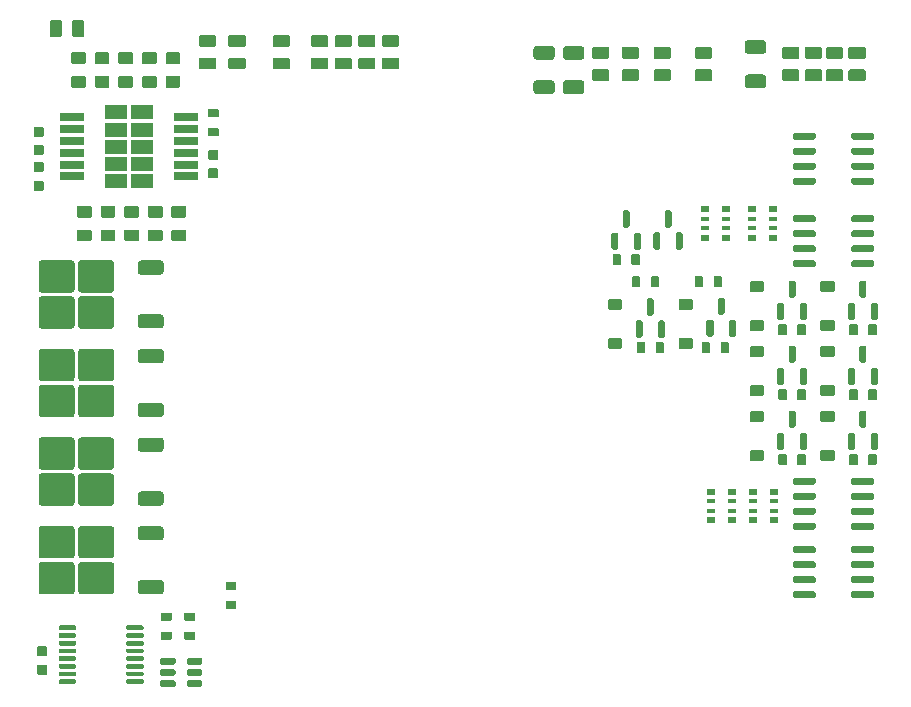
<source format=gtp>
G04 #@! TF.GenerationSoftware,KiCad,Pcbnew,7.0.8-7.0.8~ubuntu22.04.1*
G04 #@! TF.CreationDate,2023-10-01T05:51:47+00:00*
G04 #@! TF.ProjectId,hellen-112-17,68656c6c-656e-42d3-9131-322d31372e6b,B*
G04 #@! TF.SameCoordinates,Original*
G04 #@! TF.FileFunction,Paste,Top*
G04 #@! TF.FilePolarity,Positive*
%FSLAX46Y46*%
G04 Gerber Fmt 4.6, Leading zero omitted, Abs format (unit mm)*
G04 Created by KiCad (PCBNEW 7.0.8-7.0.8~ubuntu22.04.1) date 2023-10-01 05:51:47*
%MOMM*%
%LPD*%
G01*
G04 APERTURE LIST*
%ADD10R,1.950000X1.160000*%
%ADD11R,2.000000X0.650000*%
%ADD12R,0.800000X0.500000*%
%ADD13R,0.800000X0.400000*%
%ADD14O,0.000001X0.000001*%
G04 APERTURE END LIST*
G04 #@! TO.C,C13*
G36*
G01*
X22160000Y58255001D02*
X22840000Y58255001D01*
G75*
G02*
X22925000Y58170001I0J-85000D01*
G01*
X22925000Y57490001D01*
G75*
G02*
X22840000Y57405001I-85000J0D01*
G01*
X22160000Y57405001D01*
G75*
G02*
X22075000Y57490001I0J85000D01*
G01*
X22075000Y58170001D01*
G75*
G02*
X22160000Y58255001I85000J0D01*
G01*
G37*
G36*
G01*
X22160000Y56674999D02*
X22840000Y56674999D01*
G75*
G02*
X22925000Y56589999I0J-85000D01*
G01*
X22925000Y55909999D01*
G75*
G02*
X22840000Y55824999I-85000J0D01*
G01*
X22160000Y55824999D01*
G75*
G02*
X22075000Y55909999I0J85000D01*
G01*
X22075000Y56589999D01*
G75*
G02*
X22160000Y56674999I85000J0D01*
G01*
G37*
G04 #@! TD*
D10*
G04 #@! TO.C,U1*
X14250000Y61420000D03*
X14250000Y59960000D03*
X14250000Y58500000D03*
X14250000Y57040000D03*
X14250000Y55580000D03*
X16500000Y61420000D03*
X16500000Y59960000D03*
X16500000Y58500000D03*
X16500000Y57040000D03*
X16500000Y55580000D03*
D11*
X10575000Y61000000D03*
X10575000Y60000000D03*
X10575000Y59000000D03*
X10575000Y58000000D03*
X10575000Y57000000D03*
X10575000Y56000000D03*
X20175000Y56000000D03*
X20175000Y57000000D03*
X20175000Y58000000D03*
X20175000Y59000000D03*
X20175000Y60000000D03*
X20175000Y61000000D03*
G04 #@! TD*
G04 #@! TO.C,R13*
G36*
G01*
X32875000Y67950001D02*
X34125000Y67950001D01*
G75*
G02*
X34225000Y67850001I0J-100000D01*
G01*
X34225000Y67050001D01*
G75*
G02*
X34125000Y66950001I-100000J0D01*
G01*
X32875000Y66950001D01*
G75*
G02*
X32775000Y67050001I0J100000D01*
G01*
X32775000Y67850001D01*
G75*
G02*
X32875000Y67950001I100000J0D01*
G01*
G37*
G36*
G01*
X32875000Y66049979D02*
X34125000Y66049979D01*
G75*
G02*
X34225000Y65949979I0J-100000D01*
G01*
X34225000Y65149979D01*
G75*
G02*
X34125000Y65049979I-100000J0D01*
G01*
X32875000Y65049979D01*
G75*
G02*
X32775000Y65149979I0J100000D01*
G01*
X32775000Y65949979D01*
G75*
G02*
X32875000Y66049979I100000J0D01*
G01*
G37*
G04 #@! TD*
G04 #@! TO.C,C4*
G36*
G01*
X18100000Y50500000D02*
X17050000Y50500000D01*
G75*
G02*
X16950000Y50600000I0J100000D01*
G01*
X16950000Y51400000D01*
G75*
G02*
X17050000Y51500000I100000J0D01*
G01*
X18100000Y51500000D01*
G75*
G02*
X18200000Y51400000I0J-100000D01*
G01*
X18200000Y50600000D01*
G75*
G02*
X18100000Y50500000I-100000J0D01*
G01*
G37*
G36*
G01*
X18100000Y52500000D02*
X17050000Y52500000D01*
G75*
G02*
X16950000Y52600000I0J100000D01*
G01*
X16950000Y53400000D01*
G75*
G02*
X17050000Y53500000I100000J0D01*
G01*
X18100000Y53500000D01*
G75*
G02*
X18200000Y53400000I0J-100000D01*
G01*
X18200000Y52600000D01*
G75*
G02*
X18100000Y52500000I-100000J0D01*
G01*
G37*
G04 #@! TD*
G04 #@! TO.C,R11*
G36*
G01*
X8644999Y67875000D02*
X8644999Y69125000D01*
G75*
G02*
X8744999Y69225000I100000J0D01*
G01*
X9544999Y69225000D01*
G75*
G02*
X9644999Y69125000I0J-100000D01*
G01*
X9644999Y67875000D01*
G75*
G02*
X9544999Y67775000I-100000J0D01*
G01*
X8744999Y67775000D01*
G75*
G02*
X8644999Y67875000I0J100000D01*
G01*
G37*
G36*
G01*
X10545021Y67875000D02*
X10545021Y69125000D01*
G75*
G02*
X10645021Y69225000I100000J0D01*
G01*
X11445021Y69225000D01*
G75*
G02*
X11545021Y69125000I0J-100000D01*
G01*
X11545021Y67875000D01*
G75*
G02*
X11445021Y67775000I-100000J0D01*
G01*
X10645021Y67775000D01*
G75*
G02*
X10545021Y67875000I0J100000D01*
G01*
G37*
G04 #@! TD*
G04 #@! TO.C,C5*
G36*
G01*
X20100000Y50500000D02*
X19050000Y50500000D01*
G75*
G02*
X18950000Y50600000I0J100000D01*
G01*
X18950000Y51400000D01*
G75*
G02*
X19050000Y51500000I100000J0D01*
G01*
X20100000Y51500000D01*
G75*
G02*
X20200000Y51400000I0J-100000D01*
G01*
X20200000Y50600000D01*
G75*
G02*
X20100000Y50500000I-100000J0D01*
G01*
G37*
G36*
G01*
X20100000Y52500000D02*
X19050000Y52500000D01*
G75*
G02*
X18950000Y52600000I0J100000D01*
G01*
X18950000Y53400000D01*
G75*
G02*
X19050000Y53500000I100000J0D01*
G01*
X20100000Y53500000D01*
G75*
G02*
X20200000Y53400000I0J-100000D01*
G01*
X20200000Y52600000D01*
G75*
G02*
X20100000Y52500000I-100000J0D01*
G01*
G37*
G04 #@! TD*
G04 #@! TO.C,Q10*
G36*
G01*
X58700000Y42325000D02*
X58400000Y42325000D01*
G75*
G02*
X58250000Y42475000I0J150000D01*
G01*
X58250000Y43650000D01*
G75*
G02*
X58400000Y43800000I150000J0D01*
G01*
X58700000Y43800000D01*
G75*
G02*
X58850000Y43650000I0J-150000D01*
G01*
X58850000Y42475000D01*
G75*
G02*
X58700000Y42325000I-150000J0D01*
G01*
G37*
G36*
G01*
X59650000Y44200000D02*
X59350000Y44200000D01*
G75*
G02*
X59200000Y44350000I0J150000D01*
G01*
X59200000Y45525000D01*
G75*
G02*
X59350000Y45675000I150000J0D01*
G01*
X59650000Y45675000D01*
G75*
G02*
X59800000Y45525000I0J-150000D01*
G01*
X59800000Y44350000D01*
G75*
G02*
X59650000Y44200000I-150000J0D01*
G01*
G37*
G36*
G01*
X60600000Y42325000D02*
X60300000Y42325000D01*
G75*
G02*
X60150000Y42475000I0J150000D01*
G01*
X60150000Y43650000D01*
G75*
G02*
X60300000Y43800000I150000J0D01*
G01*
X60600000Y43800000D01*
G75*
G02*
X60750000Y43650000I0J-150000D01*
G01*
X60750000Y42475000D01*
G75*
G02*
X60600000Y42325000I-150000J0D01*
G01*
G37*
G04 #@! TD*
G04 #@! TO.C,R14*
G36*
G01*
X30875000Y67950001D02*
X32125000Y67950001D01*
G75*
G02*
X32225000Y67850001I0J-100000D01*
G01*
X32225000Y67050001D01*
G75*
G02*
X32125000Y66950001I-100000J0D01*
G01*
X30875000Y66950001D01*
G75*
G02*
X30775000Y67050001I0J100000D01*
G01*
X30775000Y67850001D01*
G75*
G02*
X30875000Y67950001I100000J0D01*
G01*
G37*
G36*
G01*
X30875000Y66049979D02*
X32125000Y66049979D01*
G75*
G02*
X32225000Y65949979I0J-100000D01*
G01*
X32225000Y65149979D01*
G75*
G02*
X32125000Y65049979I-100000J0D01*
G01*
X30875000Y65049979D01*
G75*
G02*
X30775000Y65149979I0J100000D01*
G01*
X30775000Y65949979D01*
G75*
G02*
X30875000Y66049979I100000J0D01*
G01*
G37*
G04 #@! TD*
G04 #@! TO.C,Q7*
G36*
G01*
X76700000Y38325000D02*
X76400000Y38325000D01*
G75*
G02*
X76250000Y38475000I0J150000D01*
G01*
X76250000Y39650000D01*
G75*
G02*
X76400000Y39800000I150000J0D01*
G01*
X76700000Y39800000D01*
G75*
G02*
X76850000Y39650000I0J-150000D01*
G01*
X76850000Y38475000D01*
G75*
G02*
X76700000Y38325000I-150000J0D01*
G01*
G37*
G36*
G01*
X77650000Y40200000D02*
X77350000Y40200000D01*
G75*
G02*
X77200000Y40350000I0J150000D01*
G01*
X77200000Y41525000D01*
G75*
G02*
X77350000Y41675000I150000J0D01*
G01*
X77650000Y41675000D01*
G75*
G02*
X77800000Y41525000I0J-150000D01*
G01*
X77800000Y40350000D01*
G75*
G02*
X77650000Y40200000I-150000J0D01*
G01*
G37*
G36*
G01*
X78600000Y38325000D02*
X78300000Y38325000D01*
G75*
G02*
X78150000Y38475000I0J150000D01*
G01*
X78150000Y39650000D01*
G75*
G02*
X78300000Y39800000I150000J0D01*
G01*
X78600000Y39800000D01*
G75*
G02*
X78750000Y39650000I0J-150000D01*
G01*
X78750000Y38475000D01*
G75*
G02*
X78600000Y38325000I-150000J0D01*
G01*
G37*
G04 #@! TD*
G04 #@! TO.C,Q9*
G36*
G01*
X64700000Y42387500D02*
X64400000Y42387500D01*
G75*
G02*
X64250000Y42537500I0J150000D01*
G01*
X64250000Y43712500D01*
G75*
G02*
X64400000Y43862500I150000J0D01*
G01*
X64700000Y43862500D01*
G75*
G02*
X64850000Y43712500I0J-150000D01*
G01*
X64850000Y42537500D01*
G75*
G02*
X64700000Y42387500I-150000J0D01*
G01*
G37*
G36*
G01*
X65650000Y44262500D02*
X65350000Y44262500D01*
G75*
G02*
X65200000Y44412500I0J150000D01*
G01*
X65200000Y45587500D01*
G75*
G02*
X65350000Y45737500I150000J0D01*
G01*
X65650000Y45737500D01*
G75*
G02*
X65800000Y45587500I0J-150000D01*
G01*
X65800000Y44412500D01*
G75*
G02*
X65650000Y44262500I-150000J0D01*
G01*
G37*
G36*
G01*
X66600000Y42387500D02*
X66300000Y42387500D01*
G75*
G02*
X66150000Y42537500I0J150000D01*
G01*
X66150000Y43712500D01*
G75*
G02*
X66300000Y43862500I150000J0D01*
G01*
X66600000Y43862500D01*
G75*
G02*
X66750000Y43712500I0J-150000D01*
G01*
X66750000Y42537500D01*
G75*
G02*
X66600000Y42387500I-150000J0D01*
G01*
G37*
G04 #@! TD*
G04 #@! TO.C,C12*
G36*
G01*
X8040000Y54784999D02*
X7360000Y54784999D01*
G75*
G02*
X7275000Y54869999I0J85000D01*
G01*
X7275000Y55549999D01*
G75*
G02*
X7360000Y55634999I85000J0D01*
G01*
X8040000Y55634999D01*
G75*
G02*
X8125000Y55549999I0J-85000D01*
G01*
X8125000Y54869999D01*
G75*
G02*
X8040000Y54784999I-85000J0D01*
G01*
G37*
G36*
G01*
X8040000Y56365001D02*
X7360000Y56365001D01*
G75*
G02*
X7275000Y56450001I0J85000D01*
G01*
X7275000Y57130001D01*
G75*
G02*
X7360000Y57215001I85000J0D01*
G01*
X8040000Y57215001D01*
G75*
G02*
X8125000Y57130001I0J-85000D01*
G01*
X8125000Y56450001D01*
G75*
G02*
X8040000Y56365001I-85000J0D01*
G01*
G37*
G04 #@! TD*
G04 #@! TO.C,U11*
G36*
G01*
X71550000Y52255000D02*
X71550000Y52555000D01*
G75*
G02*
X71700000Y52705000I150000J0D01*
G01*
X73350000Y52705000D01*
G75*
G02*
X73500000Y52555000I0J-150000D01*
G01*
X73500000Y52255000D01*
G75*
G02*
X73350000Y52105000I-150000J0D01*
G01*
X71700000Y52105000D01*
G75*
G02*
X71550000Y52255000I0J150000D01*
G01*
G37*
G36*
G01*
X71550000Y50985000D02*
X71550000Y51285000D01*
G75*
G02*
X71700000Y51435000I150000J0D01*
G01*
X73350000Y51435000D01*
G75*
G02*
X73500000Y51285000I0J-150000D01*
G01*
X73500000Y50985000D01*
G75*
G02*
X73350000Y50835000I-150000J0D01*
G01*
X71700000Y50835000D01*
G75*
G02*
X71550000Y50985000I0J150000D01*
G01*
G37*
G36*
G01*
X71550000Y49715000D02*
X71550000Y50015000D01*
G75*
G02*
X71700000Y50165000I150000J0D01*
G01*
X73350000Y50165000D01*
G75*
G02*
X73500000Y50015000I0J-150000D01*
G01*
X73500000Y49715000D01*
G75*
G02*
X73350000Y49565000I-150000J0D01*
G01*
X71700000Y49565000D01*
G75*
G02*
X71550000Y49715000I0J150000D01*
G01*
G37*
G36*
G01*
X71550000Y48445000D02*
X71550000Y48745000D01*
G75*
G02*
X71700000Y48895000I150000J0D01*
G01*
X73350000Y48895000D01*
G75*
G02*
X73500000Y48745000I0J-150000D01*
G01*
X73500000Y48445000D01*
G75*
G02*
X73350000Y48295000I-150000J0D01*
G01*
X71700000Y48295000D01*
G75*
G02*
X71550000Y48445000I0J150000D01*
G01*
G37*
G36*
G01*
X76500000Y48445000D02*
X76500000Y48745000D01*
G75*
G02*
X76650000Y48895000I150000J0D01*
G01*
X78300000Y48895000D01*
G75*
G02*
X78450000Y48745000I0J-150000D01*
G01*
X78450000Y48445000D01*
G75*
G02*
X78300000Y48295000I-150000J0D01*
G01*
X76650000Y48295000D01*
G75*
G02*
X76500000Y48445000I0J150000D01*
G01*
G37*
G36*
G01*
X76500000Y49715000D02*
X76500000Y50015000D01*
G75*
G02*
X76650000Y50165000I150000J0D01*
G01*
X78300000Y50165000D01*
G75*
G02*
X78450000Y50015000I0J-150000D01*
G01*
X78450000Y49715000D01*
G75*
G02*
X78300000Y49565000I-150000J0D01*
G01*
X76650000Y49565000D01*
G75*
G02*
X76500000Y49715000I0J150000D01*
G01*
G37*
G36*
G01*
X76500000Y50985000D02*
X76500000Y51285000D01*
G75*
G02*
X76650000Y51435000I150000J0D01*
G01*
X78300000Y51435000D01*
G75*
G02*
X78450000Y51285000I0J-150000D01*
G01*
X78450000Y50985000D01*
G75*
G02*
X78300000Y50835000I-150000J0D01*
G01*
X76650000Y50835000D01*
G75*
G02*
X76500000Y50985000I0J150000D01*
G01*
G37*
G36*
G01*
X76500000Y52255000D02*
X76500000Y52555000D01*
G75*
G02*
X76650000Y52705000I150000J0D01*
G01*
X78300000Y52705000D01*
G75*
G02*
X78450000Y52555000I0J-150000D01*
G01*
X78450000Y52255000D01*
G75*
G02*
X78300000Y52105000I-150000J0D01*
G01*
X76650000Y52105000D01*
G75*
G02*
X76500000Y52255000I0J150000D01*
G01*
G37*
G04 #@! TD*
G04 #@! TO.C,R38*
G36*
G01*
X58350000Y41110000D02*
X58350000Y41890000D01*
G75*
G02*
X58420000Y41960000I70000J0D01*
G01*
X58980000Y41960000D01*
G75*
G02*
X59050000Y41890000I0J-70000D01*
G01*
X59050000Y41110000D01*
G75*
G02*
X58980000Y41040000I-70000J0D01*
G01*
X58420000Y41040000D01*
G75*
G02*
X58350000Y41110000I0J70000D01*
G01*
G37*
G36*
G01*
X59950000Y41110000D02*
X59950000Y41890000D01*
G75*
G02*
X60020000Y41960000I70000J0D01*
G01*
X60580000Y41960000D01*
G75*
G02*
X60650000Y41890000I0J-70000D01*
G01*
X60650000Y41110000D01*
G75*
G02*
X60580000Y41040000I-70000J0D01*
G01*
X60020000Y41040000D01*
G75*
G02*
X59950000Y41110000I0J70000D01*
G01*
G37*
G04 #@! TD*
G04 #@! TO.C,R40*
G36*
G01*
X76350000Y31610000D02*
X76350000Y32390000D01*
G75*
G02*
X76420000Y32460000I70000J0D01*
G01*
X76980000Y32460000D01*
G75*
G02*
X77050000Y32390000I0J-70000D01*
G01*
X77050000Y31610000D01*
G75*
G02*
X76980000Y31540000I-70000J0D01*
G01*
X76420000Y31540000D01*
G75*
G02*
X76350000Y31610000I0J70000D01*
G01*
G37*
G36*
G01*
X77950000Y31610000D02*
X77950000Y32390000D01*
G75*
G02*
X78020000Y32460000I70000J0D01*
G01*
X78580000Y32460000D01*
G75*
G02*
X78650000Y32390000I0J-70000D01*
G01*
X78650000Y31610000D01*
G75*
G02*
X78580000Y31540000I-70000J0D01*
G01*
X78020000Y31540000D01*
G75*
G02*
X77950000Y31610000I0J70000D01*
G01*
G37*
G04 #@! TD*
G04 #@! TO.C,Q8*
G36*
G01*
X56650000Y49762500D02*
X56350000Y49762500D01*
G75*
G02*
X56200000Y49912500I0J150000D01*
G01*
X56200000Y51087500D01*
G75*
G02*
X56350000Y51237500I150000J0D01*
G01*
X56650000Y51237500D01*
G75*
G02*
X56800000Y51087500I0J-150000D01*
G01*
X56800000Y49912500D01*
G75*
G02*
X56650000Y49762500I-150000J0D01*
G01*
G37*
G36*
G01*
X57600000Y51637500D02*
X57300000Y51637500D01*
G75*
G02*
X57150000Y51787500I0J150000D01*
G01*
X57150000Y52962500D01*
G75*
G02*
X57300000Y53112500I150000J0D01*
G01*
X57600000Y53112500D01*
G75*
G02*
X57750000Y52962500I0J-150000D01*
G01*
X57750000Y51787500D01*
G75*
G02*
X57600000Y51637500I-150000J0D01*
G01*
G37*
G36*
G01*
X58550000Y49762500D02*
X58250000Y49762500D01*
G75*
G02*
X58100000Y49912500I0J150000D01*
G01*
X58100000Y51087500D01*
G75*
G02*
X58250000Y51237500I150000J0D01*
G01*
X58550000Y51237500D01*
G75*
G02*
X58700000Y51087500I0J-150000D01*
G01*
X58700000Y49912500D01*
G75*
G02*
X58550000Y49762500I-150000J0D01*
G01*
G37*
G04 #@! TD*
G04 #@! TO.C,R12*
G36*
G01*
X21375000Y67950001D02*
X22625000Y67950001D01*
G75*
G02*
X22725000Y67850001I0J-100000D01*
G01*
X22725000Y67050001D01*
G75*
G02*
X22625000Y66950001I-100000J0D01*
G01*
X21375000Y66950001D01*
G75*
G02*
X21275000Y67050001I0J100000D01*
G01*
X21275000Y67850001D01*
G75*
G02*
X21375000Y67950001I100000J0D01*
G01*
G37*
G36*
G01*
X21375000Y66049979D02*
X22625000Y66049979D01*
G75*
G02*
X22725000Y65949979I0J-100000D01*
G01*
X22725000Y65149979D01*
G75*
G02*
X22625000Y65049979I-100000J0D01*
G01*
X21375000Y65049979D01*
G75*
G02*
X21275000Y65149979I0J100000D01*
G01*
X21275000Y65949979D01*
G75*
G02*
X21375000Y66049979I100000J0D01*
G01*
G37*
G04 #@! TD*
G04 #@! TO.C,F2*
G36*
G01*
X52100000Y66105010D02*
X52100000Y66795010D01*
G75*
G02*
X52330000Y67025010I230000J0D01*
G01*
X53670000Y67025010D01*
G75*
G02*
X53900000Y66795010I0J-230000D01*
G01*
X53900000Y66105010D01*
G75*
G02*
X53670000Y65875010I-230000J0D01*
G01*
X52330000Y65875010D01*
G75*
G02*
X52100000Y66105010I0J230000D01*
G01*
G37*
G36*
G01*
X52100000Y63204990D02*
X52100000Y63894990D01*
G75*
G02*
X52330000Y64124990I230000J0D01*
G01*
X53670000Y64124990D01*
G75*
G02*
X53900000Y63894990I0J-230000D01*
G01*
X53900000Y63204990D01*
G75*
G02*
X53670000Y62974990I-230000J0D01*
G01*
X52330000Y62974990D01*
G75*
G02*
X52100000Y63204990I0J230000D01*
G01*
G37*
G04 #@! TD*
G04 #@! TO.C,R33*
G36*
G01*
X76350000Y42610000D02*
X76350000Y43390000D01*
G75*
G02*
X76420000Y43460000I70000J0D01*
G01*
X76980000Y43460000D01*
G75*
G02*
X77050000Y43390000I0J-70000D01*
G01*
X77050000Y42610000D01*
G75*
G02*
X76980000Y42540000I-70000J0D01*
G01*
X76420000Y42540000D01*
G75*
G02*
X76350000Y42610000I0J70000D01*
G01*
G37*
G36*
G01*
X77950000Y42610000D02*
X77950000Y43390000D01*
G75*
G02*
X78020000Y43460000I70000J0D01*
G01*
X78580000Y43460000D01*
G75*
G02*
X78650000Y43390000I0J-70000D01*
G01*
X78650000Y42610000D01*
G75*
G02*
X78580000Y42540000I-70000J0D01*
G01*
X78020000Y42540000D01*
G75*
G02*
X77950000Y42610000I0J70000D01*
G01*
G37*
G04 #@! TD*
G04 #@! TO.C,R41*
G36*
G01*
X70350000Y31610000D02*
X70350000Y32390000D01*
G75*
G02*
X70420000Y32460000I70000J0D01*
G01*
X70980000Y32460000D01*
G75*
G02*
X71050000Y32390000I0J-70000D01*
G01*
X71050000Y31610000D01*
G75*
G02*
X70980000Y31540000I-70000J0D01*
G01*
X70420000Y31540000D01*
G75*
G02*
X70350000Y31610000I0J70000D01*
G01*
G37*
G36*
G01*
X71950000Y31610000D02*
X71950000Y32390000D01*
G75*
G02*
X72020000Y32460000I70000J0D01*
G01*
X72580000Y32460000D01*
G75*
G02*
X72650000Y32390000I0J-70000D01*
G01*
X72650000Y31610000D01*
G75*
G02*
X72580000Y31540000I-70000J0D01*
G01*
X72020000Y31540000D01*
G75*
G02*
X71950000Y31610000I0J70000D01*
G01*
G37*
G04 #@! TD*
G04 #@! TO.C,R15*
G36*
G01*
X27625000Y67950001D02*
X28875000Y67950001D01*
G75*
G02*
X28975000Y67850001I0J-100000D01*
G01*
X28975000Y67050001D01*
G75*
G02*
X28875000Y66950001I-100000J0D01*
G01*
X27625000Y66950001D01*
G75*
G02*
X27525000Y67050001I0J100000D01*
G01*
X27525000Y67850001D01*
G75*
G02*
X27625000Y67950001I100000J0D01*
G01*
G37*
G36*
G01*
X27625000Y66049979D02*
X28875000Y66049979D01*
G75*
G02*
X28975000Y65949979I0J-100000D01*
G01*
X28975000Y65149979D01*
G75*
G02*
X28875000Y65049979I-100000J0D01*
G01*
X27625000Y65049979D01*
G75*
G02*
X27525000Y65149979I0J100000D01*
G01*
X27525000Y65949979D01*
G75*
G02*
X27625000Y66049979I100000J0D01*
G01*
G37*
G04 #@! TD*
G04 #@! TO.C,C14*
G36*
G01*
X7660000Y16215001D02*
X8340000Y16215001D01*
G75*
G02*
X8425000Y16130001I0J-85000D01*
G01*
X8425000Y15450001D01*
G75*
G02*
X8340000Y15365001I-85000J0D01*
G01*
X7660000Y15365001D01*
G75*
G02*
X7575000Y15450001I0J85000D01*
G01*
X7575000Y16130001D01*
G75*
G02*
X7660000Y16215001I85000J0D01*
G01*
G37*
G36*
G01*
X7660000Y14634999D02*
X8340000Y14634999D01*
G75*
G02*
X8425000Y14549999I0J-85000D01*
G01*
X8425000Y13869999D01*
G75*
G02*
X8340000Y13784999I-85000J0D01*
G01*
X7660000Y13784999D01*
G75*
G02*
X7575000Y13869999I0J85000D01*
G01*
X7575000Y14549999D01*
G75*
G02*
X7660000Y14634999I85000J0D01*
G01*
G37*
G04 #@! TD*
G04 #@! TO.C,F1*
G36*
G01*
X67500000Y66605010D02*
X67500000Y67295010D01*
G75*
G02*
X67730000Y67525010I230000J0D01*
G01*
X69070000Y67525010D01*
G75*
G02*
X69300000Y67295010I0J-230000D01*
G01*
X69300000Y66605010D01*
G75*
G02*
X69070000Y66375010I-230000J0D01*
G01*
X67730000Y66375010D01*
G75*
G02*
X67500000Y66605010I0J230000D01*
G01*
G37*
G36*
G01*
X67500000Y63704990D02*
X67500000Y64394990D01*
G75*
G02*
X67730000Y64624990I230000J0D01*
G01*
X69070000Y64624990D01*
G75*
G02*
X69300000Y64394990I0J-230000D01*
G01*
X69300000Y63704990D01*
G75*
G02*
X69070000Y63474990I-230000J0D01*
G01*
X67730000Y63474990D01*
G75*
G02*
X67500000Y63704990I0J230000D01*
G01*
G37*
G04 #@! TD*
D12*
G04 #@! TO.C,R45*
X70000000Y26900000D03*
D13*
X70000000Y27700000D03*
X70000000Y28500000D03*
D12*
X70000000Y29300000D03*
X68200000Y29300000D03*
D13*
X68200000Y28500000D03*
X68200000Y27700000D03*
D12*
X68200000Y26900000D03*
G04 #@! TD*
G04 #@! TO.C,U5*
G36*
G01*
X71550000Y24255000D02*
X71550000Y24555000D01*
G75*
G02*
X71700000Y24705000I150000J0D01*
G01*
X73350000Y24705000D01*
G75*
G02*
X73500000Y24555000I0J-150000D01*
G01*
X73500000Y24255000D01*
G75*
G02*
X73350000Y24105000I-150000J0D01*
G01*
X71700000Y24105000D01*
G75*
G02*
X71550000Y24255000I0J150000D01*
G01*
G37*
G36*
G01*
X71550000Y22985000D02*
X71550000Y23285000D01*
G75*
G02*
X71700000Y23435000I150000J0D01*
G01*
X73350000Y23435000D01*
G75*
G02*
X73500000Y23285000I0J-150000D01*
G01*
X73500000Y22985000D01*
G75*
G02*
X73350000Y22835000I-150000J0D01*
G01*
X71700000Y22835000D01*
G75*
G02*
X71550000Y22985000I0J150000D01*
G01*
G37*
G36*
G01*
X71550000Y21715000D02*
X71550000Y22015000D01*
G75*
G02*
X71700000Y22165000I150000J0D01*
G01*
X73350000Y22165000D01*
G75*
G02*
X73500000Y22015000I0J-150000D01*
G01*
X73500000Y21715000D01*
G75*
G02*
X73350000Y21565000I-150000J0D01*
G01*
X71700000Y21565000D01*
G75*
G02*
X71550000Y21715000I0J150000D01*
G01*
G37*
G36*
G01*
X71550000Y20445000D02*
X71550000Y20745000D01*
G75*
G02*
X71700000Y20895000I150000J0D01*
G01*
X73350000Y20895000D01*
G75*
G02*
X73500000Y20745000I0J-150000D01*
G01*
X73500000Y20445000D01*
G75*
G02*
X73350000Y20295000I-150000J0D01*
G01*
X71700000Y20295000D01*
G75*
G02*
X71550000Y20445000I0J150000D01*
G01*
G37*
G36*
G01*
X76500000Y20445000D02*
X76500000Y20745000D01*
G75*
G02*
X76650000Y20895000I150000J0D01*
G01*
X78300000Y20895000D01*
G75*
G02*
X78450000Y20745000I0J-150000D01*
G01*
X78450000Y20445000D01*
G75*
G02*
X78300000Y20295000I-150000J0D01*
G01*
X76650000Y20295000D01*
G75*
G02*
X76500000Y20445000I0J150000D01*
G01*
G37*
G36*
G01*
X76500000Y21715000D02*
X76500000Y22015000D01*
G75*
G02*
X76650000Y22165000I150000J0D01*
G01*
X78300000Y22165000D01*
G75*
G02*
X78450000Y22015000I0J-150000D01*
G01*
X78450000Y21715000D01*
G75*
G02*
X78300000Y21565000I-150000J0D01*
G01*
X76650000Y21565000D01*
G75*
G02*
X76500000Y21715000I0J150000D01*
G01*
G37*
G36*
G01*
X76500000Y22985000D02*
X76500000Y23285000D01*
G75*
G02*
X76650000Y23435000I150000J0D01*
G01*
X78300000Y23435000D01*
G75*
G02*
X78450000Y23285000I0J-150000D01*
G01*
X78450000Y22985000D01*
G75*
G02*
X78300000Y22835000I-150000J0D01*
G01*
X76650000Y22835000D01*
G75*
G02*
X76500000Y22985000I0J150000D01*
G01*
G37*
G36*
G01*
X76500000Y24255000D02*
X76500000Y24555000D01*
G75*
G02*
X76650000Y24705000I150000J0D01*
G01*
X78300000Y24705000D01*
G75*
G02*
X78450000Y24555000I0J-150000D01*
G01*
X78450000Y24255000D01*
G75*
G02*
X78300000Y24105000I-150000J0D01*
G01*
X76650000Y24105000D01*
G75*
G02*
X76500000Y24255000I0J150000D01*
G01*
G37*
G04 #@! TD*
G04 #@! TO.C,Q12*
G36*
G01*
X76700000Y32825000D02*
X76400000Y32825000D01*
G75*
G02*
X76250000Y32975000I0J150000D01*
G01*
X76250000Y34150000D01*
G75*
G02*
X76400000Y34300000I150000J0D01*
G01*
X76700000Y34300000D01*
G75*
G02*
X76850000Y34150000I0J-150000D01*
G01*
X76850000Y32975000D01*
G75*
G02*
X76700000Y32825000I-150000J0D01*
G01*
G37*
G36*
G01*
X77650000Y34700000D02*
X77350000Y34700000D01*
G75*
G02*
X77200000Y34850000I0J150000D01*
G01*
X77200000Y36025000D01*
G75*
G02*
X77350000Y36175000I150000J0D01*
G01*
X77650000Y36175000D01*
G75*
G02*
X77800000Y36025000I0J-150000D01*
G01*
X77800000Y34850000D01*
G75*
G02*
X77650000Y34700000I-150000J0D01*
G01*
G37*
G36*
G01*
X78600000Y32825000D02*
X78300000Y32825000D01*
G75*
G02*
X78150000Y32975000I0J150000D01*
G01*
X78150000Y34150000D01*
G75*
G02*
X78300000Y34300000I150000J0D01*
G01*
X78600000Y34300000D01*
G75*
G02*
X78750000Y34150000I0J-150000D01*
G01*
X78750000Y32975000D01*
G75*
G02*
X78600000Y32825000I-150000J0D01*
G01*
G37*
G04 #@! TD*
G04 #@! TO.C,Q11*
G36*
G01*
X70700000Y43825000D02*
X70400000Y43825000D01*
G75*
G02*
X70250000Y43975000I0J150000D01*
G01*
X70250000Y45150000D01*
G75*
G02*
X70400000Y45300000I150000J0D01*
G01*
X70700000Y45300000D01*
G75*
G02*
X70850000Y45150000I0J-150000D01*
G01*
X70850000Y43975000D01*
G75*
G02*
X70700000Y43825000I-150000J0D01*
G01*
G37*
G36*
G01*
X71650000Y45700000D02*
X71350000Y45700000D01*
G75*
G02*
X71200000Y45850000I0J150000D01*
G01*
X71200000Y47025000D01*
G75*
G02*
X71350000Y47175000I150000J0D01*
G01*
X71650000Y47175000D01*
G75*
G02*
X71800000Y47025000I0J-150000D01*
G01*
X71800000Y45850000D01*
G75*
G02*
X71650000Y45700000I-150000J0D01*
G01*
G37*
G36*
G01*
X72600000Y43825000D02*
X72300000Y43825000D01*
G75*
G02*
X72150000Y43975000I0J150000D01*
G01*
X72150000Y45150000D01*
G75*
G02*
X72300000Y45300000I150000J0D01*
G01*
X72600000Y45300000D01*
G75*
G02*
X72750000Y45150000I0J-150000D01*
G01*
X72750000Y43975000D01*
G75*
G02*
X72600000Y43825000I-150000J0D01*
G01*
G37*
G04 #@! TD*
G04 #@! TO.C,Q5*
G36*
G01*
X76700000Y43825000D02*
X76400000Y43825000D01*
G75*
G02*
X76250000Y43975000I0J150000D01*
G01*
X76250000Y45150000D01*
G75*
G02*
X76400000Y45300000I150000J0D01*
G01*
X76700000Y45300000D01*
G75*
G02*
X76850000Y45150000I0J-150000D01*
G01*
X76850000Y43975000D01*
G75*
G02*
X76700000Y43825000I-150000J0D01*
G01*
G37*
G36*
G01*
X77650000Y45700000D02*
X77350000Y45700000D01*
G75*
G02*
X77200000Y45850000I0J150000D01*
G01*
X77200000Y47025000D01*
G75*
G02*
X77350000Y47175000I150000J0D01*
G01*
X77650000Y47175000D01*
G75*
G02*
X77800000Y47025000I0J-150000D01*
G01*
X77800000Y45850000D01*
G75*
G02*
X77650000Y45700000I-150000J0D01*
G01*
G37*
G36*
G01*
X78600000Y43825000D02*
X78300000Y43825000D01*
G75*
G02*
X78150000Y43975000I0J150000D01*
G01*
X78150000Y45150000D01*
G75*
G02*
X78300000Y45300000I150000J0D01*
G01*
X78600000Y45300000D01*
G75*
G02*
X78750000Y45150000I0J-150000D01*
G01*
X78750000Y43975000D01*
G75*
G02*
X78600000Y43825000I-150000J0D01*
G01*
G37*
G04 #@! TD*
G04 #@! TO.C,C11*
G36*
G01*
X7360000Y60215001D02*
X8040000Y60215001D01*
G75*
G02*
X8125000Y60130001I0J-85000D01*
G01*
X8125000Y59450001D01*
G75*
G02*
X8040000Y59365001I-85000J0D01*
G01*
X7360000Y59365001D01*
G75*
G02*
X7275000Y59450001I0J85000D01*
G01*
X7275000Y60130001D01*
G75*
G02*
X7360000Y60215001I85000J0D01*
G01*
G37*
G36*
G01*
X7360000Y58634999D02*
X8040000Y58634999D01*
G75*
G02*
X8125000Y58549999I0J-85000D01*
G01*
X8125000Y57869999D01*
G75*
G02*
X8040000Y57784999I-85000J0D01*
G01*
X7360000Y57784999D01*
G75*
G02*
X7275000Y57869999I0J85000D01*
G01*
X7275000Y58549999D01*
G75*
G02*
X7360000Y58634999I85000J0D01*
G01*
G37*
G04 #@! TD*
G04 #@! TO.C,D5*
G36*
G01*
X63010000Y41400000D02*
X61990000Y41400000D01*
G75*
G02*
X61900000Y41490000I0J90000D01*
G01*
X61900000Y42210000D01*
G75*
G02*
X61990000Y42300000I90000J0D01*
G01*
X63010000Y42300000D01*
G75*
G02*
X63100000Y42210000I0J-90000D01*
G01*
X63100000Y41490000D01*
G75*
G02*
X63010000Y41400000I-90000J0D01*
G01*
G37*
G36*
G01*
X63010000Y44700000D02*
X61990000Y44700000D01*
G75*
G02*
X61900000Y44790000I0J90000D01*
G01*
X61900000Y45510000D01*
G75*
G02*
X61990000Y45600000I90000J0D01*
G01*
X63010000Y45600000D01*
G75*
G02*
X63100000Y45510000I0J-90000D01*
G01*
X63100000Y44790000D01*
G75*
G02*
X63010000Y44700000I-90000J0D01*
G01*
G37*
G04 #@! TD*
G04 #@! TO.C,Q2*
G36*
G01*
X18300000Y29070000D02*
X18300000Y28370000D01*
G75*
G02*
X18050000Y28120000I-250000J0D01*
G01*
X16350000Y28120000D01*
G75*
G02*
X16100000Y28370000I0J250000D01*
G01*
X16100000Y29070000D01*
G75*
G02*
X16350000Y29320000I250000J0D01*
G01*
X18050000Y29320000D01*
G75*
G02*
X18300000Y29070000I0J-250000D01*
G01*
G37*
G36*
G01*
X14100000Y30600000D02*
X14100000Y28350000D01*
G75*
G02*
X13850000Y28100000I-250000J0D01*
G01*
X11300000Y28100000D01*
G75*
G02*
X11050000Y28350000I0J250000D01*
G01*
X11050000Y30600000D01*
G75*
G02*
X11300000Y30850000I250000J0D01*
G01*
X13850000Y30850000D01*
G75*
G02*
X14100000Y30600000I0J-250000D01*
G01*
G37*
G36*
G01*
X14100000Y33650000D02*
X14100000Y31400000D01*
G75*
G02*
X13850000Y31150000I-250000J0D01*
G01*
X11300000Y31150000D01*
G75*
G02*
X11050000Y31400000I0J250000D01*
G01*
X11050000Y33650000D01*
G75*
G02*
X11300000Y33900000I250000J0D01*
G01*
X13850000Y33900000D01*
G75*
G02*
X14100000Y33650000I0J-250000D01*
G01*
G37*
G36*
G01*
X10750000Y30600000D02*
X10750000Y28350000D01*
G75*
G02*
X10500000Y28100000I-250000J0D01*
G01*
X7950000Y28100000D01*
G75*
G02*
X7700000Y28350000I0J250000D01*
G01*
X7700000Y30600000D01*
G75*
G02*
X7950000Y30850000I250000J0D01*
G01*
X10500000Y30850000D01*
G75*
G02*
X10750000Y30600000I0J-250000D01*
G01*
G37*
G36*
G01*
X10750000Y33650000D02*
X10750000Y31400000D01*
G75*
G02*
X10500000Y31150000I-250000J0D01*
G01*
X7950000Y31150000D01*
G75*
G02*
X7700000Y31400000I0J250000D01*
G01*
X7700000Y33650000D01*
G75*
G02*
X7950000Y33900000I250000J0D01*
G01*
X10500000Y33900000D01*
G75*
G02*
X10750000Y33650000I0J-250000D01*
G01*
G37*
G36*
G01*
X18300000Y33630000D02*
X18300000Y32930000D01*
G75*
G02*
X18050000Y32680000I-250000J0D01*
G01*
X16350000Y32680000D01*
G75*
G02*
X16100000Y32930000I0J250000D01*
G01*
X16100000Y33630000D01*
G75*
G02*
X16350000Y33880000I250000J0D01*
G01*
X18050000Y33880000D01*
G75*
G02*
X18300000Y33630000I0J-250000D01*
G01*
G37*
G04 #@! TD*
G04 #@! TO.C,R20*
G36*
G01*
X18890000Y16762500D02*
X18110000Y16762500D01*
G75*
G02*
X18040000Y16832500I0J70000D01*
G01*
X18040000Y17392500D01*
G75*
G02*
X18110000Y17462500I70000J0D01*
G01*
X18890000Y17462500D01*
G75*
G02*
X18960000Y17392500I0J-70000D01*
G01*
X18960000Y16832500D01*
G75*
G02*
X18890000Y16762500I-70000J0D01*
G01*
G37*
G36*
G01*
X18890000Y18362500D02*
X18110000Y18362500D01*
G75*
G02*
X18040000Y18432500I0J70000D01*
G01*
X18040000Y18992500D01*
G75*
G02*
X18110000Y19062500I70000J0D01*
G01*
X18890000Y19062500D01*
G75*
G02*
X18960000Y18992500I0J-70000D01*
G01*
X18960000Y18432500D01*
G75*
G02*
X18890000Y18362500I-70000J0D01*
G01*
G37*
G04 #@! TD*
G04 #@! TO.C,R39*
G36*
G01*
X70350000Y42610000D02*
X70350000Y43390000D01*
G75*
G02*
X70420000Y43460000I70000J0D01*
G01*
X70980000Y43460000D01*
G75*
G02*
X71050000Y43390000I0J-70000D01*
G01*
X71050000Y42610000D01*
G75*
G02*
X70980000Y42540000I-70000J0D01*
G01*
X70420000Y42540000D01*
G75*
G02*
X70350000Y42610000I0J70000D01*
G01*
G37*
G36*
G01*
X71950000Y42610000D02*
X71950000Y43390000D01*
G75*
G02*
X72020000Y43460000I70000J0D01*
G01*
X72580000Y43460000D01*
G75*
G02*
X72650000Y43390000I0J-70000D01*
G01*
X72650000Y42610000D01*
G75*
G02*
X72580000Y42540000I-70000J0D01*
G01*
X72020000Y42540000D01*
G75*
G02*
X71950000Y42610000I0J70000D01*
G01*
G37*
G04 #@! TD*
G04 #@! TO.C,R36*
G36*
G01*
X56300000Y48547500D02*
X56300000Y49327500D01*
G75*
G02*
X56370000Y49397500I70000J0D01*
G01*
X56930000Y49397500D01*
G75*
G02*
X57000000Y49327500I0J-70000D01*
G01*
X57000000Y48547500D01*
G75*
G02*
X56930000Y48477500I-70000J0D01*
G01*
X56370000Y48477500D01*
G75*
G02*
X56300000Y48547500I0J70000D01*
G01*
G37*
G36*
G01*
X57900000Y48547500D02*
X57900000Y49327500D01*
G75*
G02*
X57970000Y49397500I70000J0D01*
G01*
X58530000Y49397500D01*
G75*
G02*
X58600000Y49327500I0J-70000D01*
G01*
X58600000Y48547500D01*
G75*
G02*
X58530000Y48477500I-70000J0D01*
G01*
X57970000Y48477500D01*
G75*
G02*
X57900000Y48547500I0J70000D01*
G01*
G37*
G04 #@! TD*
G04 #@! TO.C,R44*
X64600000Y29300000D03*
D13*
X64600000Y28500000D03*
X64600000Y27700000D03*
D12*
X64600000Y26900000D03*
X66400000Y26900000D03*
D13*
X66400000Y27700000D03*
X66400000Y28500000D03*
D12*
X66400000Y29300000D03*
G04 #@! TD*
G04 #@! TO.C,Q13*
G36*
G01*
X70700000Y32825000D02*
X70400000Y32825000D01*
G75*
G02*
X70250000Y32975000I0J150000D01*
G01*
X70250000Y34150000D01*
G75*
G02*
X70400000Y34300000I150000J0D01*
G01*
X70700000Y34300000D01*
G75*
G02*
X70850000Y34150000I0J-150000D01*
G01*
X70850000Y32975000D01*
G75*
G02*
X70700000Y32825000I-150000J0D01*
G01*
G37*
G36*
G01*
X71650000Y34700000D02*
X71350000Y34700000D01*
G75*
G02*
X71200000Y34850000I0J150000D01*
G01*
X71200000Y36025000D01*
G75*
G02*
X71350000Y36175000I150000J0D01*
G01*
X71650000Y36175000D01*
G75*
G02*
X71800000Y36025000I0J-150000D01*
G01*
X71800000Y34850000D01*
G75*
G02*
X71650000Y34700000I-150000J0D01*
G01*
G37*
G36*
G01*
X72600000Y32825000D02*
X72300000Y32825000D01*
G75*
G02*
X72150000Y32975000I0J150000D01*
G01*
X72150000Y34150000D01*
G75*
G02*
X72300000Y34300000I150000J0D01*
G01*
X72600000Y34300000D01*
G75*
G02*
X72750000Y34150000I0J-150000D01*
G01*
X72750000Y32975000D01*
G75*
G02*
X72600000Y32825000I-150000J0D01*
G01*
G37*
G04 #@! TD*
G04 #@! TO.C,F3*
G36*
G01*
X49600000Y66105010D02*
X49600000Y66795010D01*
G75*
G02*
X49830000Y67025010I230000J0D01*
G01*
X51170000Y67025010D01*
G75*
G02*
X51400000Y66795010I0J-230000D01*
G01*
X51400000Y66105010D01*
G75*
G02*
X51170000Y65875010I-230000J0D01*
G01*
X49830000Y65875010D01*
G75*
G02*
X49600000Y66105010I0J230000D01*
G01*
G37*
G36*
G01*
X49600000Y63204990D02*
X49600000Y63894990D01*
G75*
G02*
X49830000Y64124990I230000J0D01*
G01*
X51170000Y64124990D01*
G75*
G02*
X51400000Y63894990I0J-230000D01*
G01*
X51400000Y63204990D01*
G75*
G02*
X51170000Y62974990I-230000J0D01*
G01*
X49830000Y62974990D01*
G75*
G02*
X49600000Y63204990I0J230000D01*
G01*
G37*
G04 #@! TD*
G04 #@! TO.C,R37*
G36*
G01*
X63850000Y41110000D02*
X63850000Y41890000D01*
G75*
G02*
X63920000Y41960000I70000J0D01*
G01*
X64480000Y41960000D01*
G75*
G02*
X64550000Y41890000I0J-70000D01*
G01*
X64550000Y41110000D01*
G75*
G02*
X64480000Y41040000I-70000J0D01*
G01*
X63920000Y41040000D01*
G75*
G02*
X63850000Y41110000I0J70000D01*
G01*
G37*
G36*
G01*
X65450000Y41110000D02*
X65450000Y41890000D01*
G75*
G02*
X65520000Y41960000I70000J0D01*
G01*
X66080000Y41960000D01*
G75*
G02*
X66150000Y41890000I0J-70000D01*
G01*
X66150000Y41110000D01*
G75*
G02*
X66080000Y41040000I-70000J0D01*
G01*
X65520000Y41040000D01*
G75*
G02*
X65450000Y41110000I0J70000D01*
G01*
G37*
G04 #@! TD*
G04 #@! TO.C,R1*
G36*
G01*
X63375000Y66950001D02*
X64625000Y66950001D01*
G75*
G02*
X64725000Y66850001I0J-100000D01*
G01*
X64725000Y66050001D01*
G75*
G02*
X64625000Y65950001I-100000J0D01*
G01*
X63375000Y65950001D01*
G75*
G02*
X63275000Y66050001I0J100000D01*
G01*
X63275000Y66850001D01*
G75*
G02*
X63375000Y66950001I100000J0D01*
G01*
G37*
G36*
G01*
X63375000Y65049979D02*
X64625000Y65049979D01*
G75*
G02*
X64725000Y64949979I0J-100000D01*
G01*
X64725000Y64149979D01*
G75*
G02*
X64625000Y64049979I-100000J0D01*
G01*
X63375000Y64049979D01*
G75*
G02*
X63275000Y64149979I0J100000D01*
G01*
X63275000Y64949979D01*
G75*
G02*
X63375000Y65049979I100000J0D01*
G01*
G37*
G04 #@! TD*
G04 #@! TO.C,D8*
G36*
G01*
X75010000Y31900000D02*
X73990000Y31900000D01*
G75*
G02*
X73900000Y31990000I0J90000D01*
G01*
X73900000Y32710000D01*
G75*
G02*
X73990000Y32800000I90000J0D01*
G01*
X75010000Y32800000D01*
G75*
G02*
X75100000Y32710000I0J-90000D01*
G01*
X75100000Y31990000D01*
G75*
G02*
X75010000Y31900000I-90000J0D01*
G01*
G37*
G36*
G01*
X75010000Y35200000D02*
X73990000Y35200000D01*
G75*
G02*
X73900000Y35290000I0J90000D01*
G01*
X73900000Y36010000D01*
G75*
G02*
X73990000Y36100000I90000J0D01*
G01*
X75010000Y36100000D01*
G75*
G02*
X75100000Y36010000I0J-90000D01*
G01*
X75100000Y35290000D01*
G75*
G02*
X75010000Y35200000I-90000J0D01*
G01*
G37*
G04 #@! TD*
G04 #@! TO.C,U7*
G36*
G01*
X9400000Y17675000D02*
X9400000Y17875000D01*
G75*
G02*
X9500000Y17975000I100000J0D01*
G01*
X10775000Y17975000D01*
G75*
G02*
X10875000Y17875000I0J-100000D01*
G01*
X10875000Y17675000D01*
G75*
G02*
X10775000Y17575000I-100000J0D01*
G01*
X9500000Y17575000D01*
G75*
G02*
X9400000Y17675000I0J100000D01*
G01*
G37*
G36*
G01*
X9400000Y17025000D02*
X9400000Y17225000D01*
G75*
G02*
X9500000Y17325000I100000J0D01*
G01*
X10775000Y17325000D01*
G75*
G02*
X10875000Y17225000I0J-100000D01*
G01*
X10875000Y17025000D01*
G75*
G02*
X10775000Y16925000I-100000J0D01*
G01*
X9500000Y16925000D01*
G75*
G02*
X9400000Y17025000I0J100000D01*
G01*
G37*
G36*
G01*
X9400000Y16375000D02*
X9400000Y16575000D01*
G75*
G02*
X9500000Y16675000I100000J0D01*
G01*
X10775000Y16675000D01*
G75*
G02*
X10875000Y16575000I0J-100000D01*
G01*
X10875000Y16375000D01*
G75*
G02*
X10775000Y16275000I-100000J0D01*
G01*
X9500000Y16275000D01*
G75*
G02*
X9400000Y16375000I0J100000D01*
G01*
G37*
G36*
G01*
X9400000Y15725000D02*
X9400000Y15925000D01*
G75*
G02*
X9500000Y16025000I100000J0D01*
G01*
X10775000Y16025000D01*
G75*
G02*
X10875000Y15925000I0J-100000D01*
G01*
X10875000Y15725000D01*
G75*
G02*
X10775000Y15625000I-100000J0D01*
G01*
X9500000Y15625000D01*
G75*
G02*
X9400000Y15725000I0J100000D01*
G01*
G37*
G36*
G01*
X9400000Y15075000D02*
X9400000Y15275000D01*
G75*
G02*
X9500000Y15375000I100000J0D01*
G01*
X10775000Y15375000D01*
G75*
G02*
X10875000Y15275000I0J-100000D01*
G01*
X10875000Y15075000D01*
G75*
G02*
X10775000Y14975000I-100000J0D01*
G01*
X9500000Y14975000D01*
G75*
G02*
X9400000Y15075000I0J100000D01*
G01*
G37*
G36*
G01*
X9400000Y14425000D02*
X9400000Y14625000D01*
G75*
G02*
X9500000Y14725000I100000J0D01*
G01*
X10775000Y14725000D01*
G75*
G02*
X10875000Y14625000I0J-100000D01*
G01*
X10875000Y14425000D01*
G75*
G02*
X10775000Y14325000I-100000J0D01*
G01*
X9500000Y14325000D01*
G75*
G02*
X9400000Y14425000I0J100000D01*
G01*
G37*
G36*
G01*
X9400000Y13775000D02*
X9400000Y13975000D01*
G75*
G02*
X9500000Y14075000I100000J0D01*
G01*
X10775000Y14075000D01*
G75*
G02*
X10875000Y13975000I0J-100000D01*
G01*
X10875000Y13775000D01*
G75*
G02*
X10775000Y13675000I-100000J0D01*
G01*
X9500000Y13675000D01*
G75*
G02*
X9400000Y13775000I0J100000D01*
G01*
G37*
G36*
G01*
X9400000Y13125000D02*
X9400000Y13325000D01*
G75*
G02*
X9500000Y13425000I100000J0D01*
G01*
X10775000Y13425000D01*
G75*
G02*
X10875000Y13325000I0J-100000D01*
G01*
X10875000Y13125000D01*
G75*
G02*
X10775000Y13025000I-100000J0D01*
G01*
X9500000Y13025000D01*
G75*
G02*
X9400000Y13125000I0J100000D01*
G01*
G37*
G36*
G01*
X15125000Y13125000D02*
X15125000Y13325000D01*
G75*
G02*
X15225000Y13425000I100000J0D01*
G01*
X16500000Y13425000D01*
G75*
G02*
X16600000Y13325000I0J-100000D01*
G01*
X16600000Y13125000D01*
G75*
G02*
X16500000Y13025000I-100000J0D01*
G01*
X15225000Y13025000D01*
G75*
G02*
X15125000Y13125000I0J100000D01*
G01*
G37*
G36*
G01*
X15125000Y13775000D02*
X15125000Y13975000D01*
G75*
G02*
X15225000Y14075000I100000J0D01*
G01*
X16500000Y14075000D01*
G75*
G02*
X16600000Y13975000I0J-100000D01*
G01*
X16600000Y13775000D01*
G75*
G02*
X16500000Y13675000I-100000J0D01*
G01*
X15225000Y13675000D01*
G75*
G02*
X15125000Y13775000I0J100000D01*
G01*
G37*
G36*
G01*
X15125000Y14425000D02*
X15125000Y14625000D01*
G75*
G02*
X15225000Y14725000I100000J0D01*
G01*
X16500000Y14725000D01*
G75*
G02*
X16600000Y14625000I0J-100000D01*
G01*
X16600000Y14425000D01*
G75*
G02*
X16500000Y14325000I-100000J0D01*
G01*
X15225000Y14325000D01*
G75*
G02*
X15125000Y14425000I0J100000D01*
G01*
G37*
G36*
G01*
X15125000Y15075000D02*
X15125000Y15275000D01*
G75*
G02*
X15225000Y15375000I100000J0D01*
G01*
X16500000Y15375000D01*
G75*
G02*
X16600000Y15275000I0J-100000D01*
G01*
X16600000Y15075000D01*
G75*
G02*
X16500000Y14975000I-100000J0D01*
G01*
X15225000Y14975000D01*
G75*
G02*
X15125000Y15075000I0J100000D01*
G01*
G37*
G36*
G01*
X15125000Y15725000D02*
X15125000Y15925000D01*
G75*
G02*
X15225000Y16025000I100000J0D01*
G01*
X16500000Y16025000D01*
G75*
G02*
X16600000Y15925000I0J-100000D01*
G01*
X16600000Y15725000D01*
G75*
G02*
X16500000Y15625000I-100000J0D01*
G01*
X15225000Y15625000D01*
G75*
G02*
X15125000Y15725000I0J100000D01*
G01*
G37*
G36*
G01*
X15125000Y16375000D02*
X15125000Y16575000D01*
G75*
G02*
X15225000Y16675000I100000J0D01*
G01*
X16500000Y16675000D01*
G75*
G02*
X16600000Y16575000I0J-100000D01*
G01*
X16600000Y16375000D01*
G75*
G02*
X16500000Y16275000I-100000J0D01*
G01*
X15225000Y16275000D01*
G75*
G02*
X15125000Y16375000I0J100000D01*
G01*
G37*
G36*
G01*
X15125000Y17025000D02*
X15125000Y17225000D01*
G75*
G02*
X15225000Y17325000I100000J0D01*
G01*
X16500000Y17325000D01*
G75*
G02*
X16600000Y17225000I0J-100000D01*
G01*
X16600000Y17025000D01*
G75*
G02*
X16500000Y16925000I-100000J0D01*
G01*
X15225000Y16925000D01*
G75*
G02*
X15125000Y17025000I0J100000D01*
G01*
G37*
G36*
G01*
X15125000Y17675000D02*
X15125000Y17875000D01*
G75*
G02*
X15225000Y17975000I100000J0D01*
G01*
X16500000Y17975000D01*
G75*
G02*
X16600000Y17875000I0J-100000D01*
G01*
X16600000Y17675000D01*
G75*
G02*
X16500000Y17575000I-100000J0D01*
G01*
X15225000Y17575000D01*
G75*
G02*
X15125000Y17675000I0J100000D01*
G01*
G37*
G04 #@! TD*
G04 #@! TO.C,R34*
G36*
G01*
X70350000Y37110000D02*
X70350000Y37890000D01*
G75*
G02*
X70420000Y37960000I70000J0D01*
G01*
X70980000Y37960000D01*
G75*
G02*
X71050000Y37890000I0J-70000D01*
G01*
X71050000Y37110000D01*
G75*
G02*
X70980000Y37040000I-70000J0D01*
G01*
X70420000Y37040000D01*
G75*
G02*
X70350000Y37110000I0J70000D01*
G01*
G37*
G36*
G01*
X71950000Y37110000D02*
X71950000Y37890000D01*
G75*
G02*
X72020000Y37960000I70000J0D01*
G01*
X72580000Y37960000D01*
G75*
G02*
X72650000Y37890000I0J-70000D01*
G01*
X72650000Y37110000D01*
G75*
G02*
X72580000Y37040000I-70000J0D01*
G01*
X72020000Y37040000D01*
G75*
G02*
X71950000Y37110000I0J70000D01*
G01*
G37*
G04 #@! TD*
G04 #@! TO.C,C6*
G36*
G01*
X10550000Y66500000D02*
X11600000Y66500000D01*
G75*
G02*
X11700000Y66400000I0J-100000D01*
G01*
X11700000Y65600000D01*
G75*
G02*
X11600000Y65500000I-100000J0D01*
G01*
X10550000Y65500000D01*
G75*
G02*
X10450000Y65600000I0J100000D01*
G01*
X10450000Y66400000D01*
G75*
G02*
X10550000Y66500000I100000J0D01*
G01*
G37*
G36*
G01*
X10550000Y64500000D02*
X11600000Y64500000D01*
G75*
G02*
X11700000Y64400000I0J-100000D01*
G01*
X11700000Y63600000D01*
G75*
G02*
X11600000Y63500000I-100000J0D01*
G01*
X10550000Y63500000D01*
G75*
G02*
X10450000Y63600000I0J100000D01*
G01*
X10450000Y64400000D01*
G75*
G02*
X10550000Y64500000I100000J0D01*
G01*
G37*
G04 #@! TD*
G04 #@! TO.C,R9*
G36*
G01*
X36875000Y67950001D02*
X38125000Y67950001D01*
G75*
G02*
X38225000Y67850001I0J-100000D01*
G01*
X38225000Y67050001D01*
G75*
G02*
X38125000Y66950001I-100000J0D01*
G01*
X36875000Y66950001D01*
G75*
G02*
X36775000Y67050001I0J100000D01*
G01*
X36775000Y67850001D01*
G75*
G02*
X36875000Y67950001I100000J0D01*
G01*
G37*
G36*
G01*
X36875000Y66049979D02*
X38125000Y66049979D01*
G75*
G02*
X38225000Y65949979I0J-100000D01*
G01*
X38225000Y65149979D01*
G75*
G02*
X38125000Y65049979I-100000J0D01*
G01*
X36875000Y65049979D01*
G75*
G02*
X36775000Y65149979I0J100000D01*
G01*
X36775000Y65949979D01*
G75*
G02*
X36875000Y66049979I100000J0D01*
G01*
G37*
G04 #@! TD*
G04 #@! TO.C,R6*
G36*
G01*
X76375000Y66950001D02*
X77625000Y66950001D01*
G75*
G02*
X77725000Y66850001I0J-100000D01*
G01*
X77725000Y66050001D01*
G75*
G02*
X77625000Y65950001I-100000J0D01*
G01*
X76375000Y65950001D01*
G75*
G02*
X76275000Y66050001I0J100000D01*
G01*
X76275000Y66850001D01*
G75*
G02*
X76375000Y66950001I100000J0D01*
G01*
G37*
G36*
G01*
X76375000Y65049979D02*
X77625000Y65049979D01*
G75*
G02*
X77725000Y64949979I0J-100000D01*
G01*
X77725000Y64149979D01*
G75*
G02*
X77625000Y64049979I-100000J0D01*
G01*
X76375000Y64049979D01*
G75*
G02*
X76275000Y64149979I0J100000D01*
G01*
X76275000Y64949979D01*
G75*
G02*
X76375000Y65049979I100000J0D01*
G01*
G37*
G04 #@! TD*
G04 #@! TO.C,U4*
G36*
G01*
X71550000Y30020000D02*
X71550000Y30320000D01*
G75*
G02*
X71700000Y30470000I150000J0D01*
G01*
X73350000Y30470000D01*
G75*
G02*
X73500000Y30320000I0J-150000D01*
G01*
X73500000Y30020000D01*
G75*
G02*
X73350000Y29870000I-150000J0D01*
G01*
X71700000Y29870000D01*
G75*
G02*
X71550000Y30020000I0J150000D01*
G01*
G37*
G36*
G01*
X71550000Y28750000D02*
X71550000Y29050000D01*
G75*
G02*
X71700000Y29200000I150000J0D01*
G01*
X73350000Y29200000D01*
G75*
G02*
X73500000Y29050000I0J-150000D01*
G01*
X73500000Y28750000D01*
G75*
G02*
X73350000Y28600000I-150000J0D01*
G01*
X71700000Y28600000D01*
G75*
G02*
X71550000Y28750000I0J150000D01*
G01*
G37*
G36*
G01*
X71550000Y27480000D02*
X71550000Y27780000D01*
G75*
G02*
X71700000Y27930000I150000J0D01*
G01*
X73350000Y27930000D01*
G75*
G02*
X73500000Y27780000I0J-150000D01*
G01*
X73500000Y27480000D01*
G75*
G02*
X73350000Y27330000I-150000J0D01*
G01*
X71700000Y27330000D01*
G75*
G02*
X71550000Y27480000I0J150000D01*
G01*
G37*
G36*
G01*
X71550000Y26210000D02*
X71550000Y26510000D01*
G75*
G02*
X71700000Y26660000I150000J0D01*
G01*
X73350000Y26660000D01*
G75*
G02*
X73500000Y26510000I0J-150000D01*
G01*
X73500000Y26210000D01*
G75*
G02*
X73350000Y26060000I-150000J0D01*
G01*
X71700000Y26060000D01*
G75*
G02*
X71550000Y26210000I0J150000D01*
G01*
G37*
G36*
G01*
X76500000Y26210000D02*
X76500000Y26510000D01*
G75*
G02*
X76650000Y26660000I150000J0D01*
G01*
X78300000Y26660000D01*
G75*
G02*
X78450000Y26510000I0J-150000D01*
G01*
X78450000Y26210000D01*
G75*
G02*
X78300000Y26060000I-150000J0D01*
G01*
X76650000Y26060000D01*
G75*
G02*
X76500000Y26210000I0J150000D01*
G01*
G37*
G36*
G01*
X76500000Y27480000D02*
X76500000Y27780000D01*
G75*
G02*
X76650000Y27930000I150000J0D01*
G01*
X78300000Y27930000D01*
G75*
G02*
X78450000Y27780000I0J-150000D01*
G01*
X78450000Y27480000D01*
G75*
G02*
X78300000Y27330000I-150000J0D01*
G01*
X76650000Y27330000D01*
G75*
G02*
X76500000Y27480000I0J150000D01*
G01*
G37*
G36*
G01*
X76500000Y28750000D02*
X76500000Y29050000D01*
G75*
G02*
X76650000Y29200000I150000J0D01*
G01*
X78300000Y29200000D01*
G75*
G02*
X78450000Y29050000I0J-150000D01*
G01*
X78450000Y28750000D01*
G75*
G02*
X78300000Y28600000I-150000J0D01*
G01*
X76650000Y28600000D01*
G75*
G02*
X76500000Y28750000I0J150000D01*
G01*
G37*
G36*
G01*
X76500000Y30020000D02*
X76500000Y30320000D01*
G75*
G02*
X76650000Y30470000I150000J0D01*
G01*
X78300000Y30470000D01*
G75*
G02*
X78450000Y30320000I0J-150000D01*
G01*
X78450000Y30020000D01*
G75*
G02*
X78300000Y29870000I-150000J0D01*
G01*
X76650000Y29870000D01*
G75*
G02*
X76500000Y30020000I0J150000D01*
G01*
G37*
G04 #@! TD*
G04 #@! TO.C,C2*
G36*
G01*
X14100000Y50500000D02*
X13050000Y50500000D01*
G75*
G02*
X12950000Y50600000I0J100000D01*
G01*
X12950000Y51400000D01*
G75*
G02*
X13050000Y51500000I100000J0D01*
G01*
X14100000Y51500000D01*
G75*
G02*
X14200000Y51400000I0J-100000D01*
G01*
X14200000Y50600000D01*
G75*
G02*
X14100000Y50500000I-100000J0D01*
G01*
G37*
G36*
G01*
X14100000Y52500000D02*
X13050000Y52500000D01*
G75*
G02*
X12950000Y52600000I0J100000D01*
G01*
X12950000Y53400000D01*
G75*
G02*
X13050000Y53500000I100000J0D01*
G01*
X14100000Y53500000D01*
G75*
G02*
X14200000Y53400000I0J-100000D01*
G01*
X14200000Y52600000D01*
G75*
G02*
X14100000Y52500000I-100000J0D01*
G01*
G37*
G04 #@! TD*
G04 #@! TO.C,R53*
G36*
G01*
X57950000Y46672500D02*
X57950000Y47452500D01*
G75*
G02*
X58020000Y47522500I70000J0D01*
G01*
X58580000Y47522500D01*
G75*
G02*
X58650000Y47452500I0J-70000D01*
G01*
X58650000Y46672500D01*
G75*
G02*
X58580000Y46602500I-70000J0D01*
G01*
X58020000Y46602500D01*
G75*
G02*
X57950000Y46672500I0J70000D01*
G01*
G37*
G36*
G01*
X59550000Y46672500D02*
X59550000Y47452500D01*
G75*
G02*
X59620000Y47522500I70000J0D01*
G01*
X60180000Y47522500D01*
G75*
G02*
X60250000Y47452500I0J-70000D01*
G01*
X60250000Y46672500D01*
G75*
G02*
X60180000Y46602500I-70000J0D01*
G01*
X59620000Y46602500D01*
G75*
G02*
X59550000Y46672500I0J70000D01*
G01*
G37*
G04 #@! TD*
G04 #@! TO.C,R4*
G36*
G01*
X70775000Y66950001D02*
X72025000Y66950001D01*
G75*
G02*
X72125000Y66850001I0J-100000D01*
G01*
X72125000Y66050001D01*
G75*
G02*
X72025000Y65950001I-100000J0D01*
G01*
X70775000Y65950001D01*
G75*
G02*
X70675000Y66050001I0J100000D01*
G01*
X70675000Y66850001D01*
G75*
G02*
X70775000Y66950001I100000J0D01*
G01*
G37*
G36*
G01*
X70775000Y65049979D02*
X72025000Y65049979D01*
G75*
G02*
X72125000Y64949979I0J-100000D01*
G01*
X72125000Y64149979D01*
G75*
G02*
X72025000Y64049979I-100000J0D01*
G01*
X70775000Y64049979D01*
G75*
G02*
X70675000Y64149979I0J100000D01*
G01*
X70675000Y64949979D01*
G75*
G02*
X70775000Y65049979I100000J0D01*
G01*
G37*
G04 #@! TD*
G04 #@! TO.C,D1*
G36*
G01*
X60200000Y49775000D02*
X59900000Y49775000D01*
G75*
G02*
X59750000Y49925000I0J150000D01*
G01*
X59750000Y51100000D01*
G75*
G02*
X59900000Y51250000I150000J0D01*
G01*
X60200000Y51250000D01*
G75*
G02*
X60350000Y51100000I0J-150000D01*
G01*
X60350000Y49925000D01*
G75*
G02*
X60200000Y49775000I-150000J0D01*
G01*
G37*
G36*
G01*
X61150000Y51650000D02*
X60850000Y51650000D01*
G75*
G02*
X60700000Y51800000I0J150000D01*
G01*
X60700000Y52975000D01*
G75*
G02*
X60850000Y53125000I150000J0D01*
G01*
X61150000Y53125000D01*
G75*
G02*
X61300000Y52975000I0J-150000D01*
G01*
X61300000Y51800000D01*
G75*
G02*
X61150000Y51650000I-150000J0D01*
G01*
G37*
G36*
G01*
X62100000Y49775000D02*
X61800000Y49775000D01*
G75*
G02*
X61650000Y49925000I0J150000D01*
G01*
X61650000Y51100000D01*
G75*
G02*
X61800000Y51250000I150000J0D01*
G01*
X62100000Y51250000D01*
G75*
G02*
X62250000Y51100000I0J-150000D01*
G01*
X62250000Y49925000D01*
G75*
G02*
X62100000Y49775000I-150000J0D01*
G01*
G37*
G04 #@! TD*
G04 #@! TO.C,R8*
G36*
G01*
X72675000Y66950001D02*
X73925000Y66950001D01*
G75*
G02*
X74025000Y66850001I0J-100000D01*
G01*
X74025000Y66050001D01*
G75*
G02*
X73925000Y65950001I-100000J0D01*
G01*
X72675000Y65950001D01*
G75*
G02*
X72575000Y66050001I0J100000D01*
G01*
X72575000Y66850001D01*
G75*
G02*
X72675000Y66950001I100000J0D01*
G01*
G37*
G36*
G01*
X72675000Y65049979D02*
X73925000Y65049979D01*
G75*
G02*
X74025000Y64949979I0J-100000D01*
G01*
X74025000Y64149979D01*
G75*
G02*
X73925000Y64049979I-100000J0D01*
G01*
X72675000Y64049979D01*
G75*
G02*
X72575000Y64149979I0J100000D01*
G01*
X72575000Y64949979D01*
G75*
G02*
X72675000Y65049979I100000J0D01*
G01*
G37*
G04 #@! TD*
G04 #@! TO.C,C1*
G36*
G01*
X12100000Y50500000D02*
X11050000Y50500000D01*
G75*
G02*
X10950000Y50600000I0J100000D01*
G01*
X10950000Y51400000D01*
G75*
G02*
X11050000Y51500000I100000J0D01*
G01*
X12100000Y51500000D01*
G75*
G02*
X12200000Y51400000I0J-100000D01*
G01*
X12200000Y50600000D01*
G75*
G02*
X12100000Y50500000I-100000J0D01*
G01*
G37*
G36*
G01*
X12100000Y52500000D02*
X11050000Y52500000D01*
G75*
G02*
X10950000Y52600000I0J100000D01*
G01*
X10950000Y53400000D01*
G75*
G02*
X11050000Y53500000I100000J0D01*
G01*
X12100000Y53500000D01*
G75*
G02*
X12200000Y53400000I0J-100000D01*
G01*
X12200000Y52600000D01*
G75*
G02*
X12100000Y52500000I-100000J0D01*
G01*
G37*
G04 #@! TD*
G04 #@! TO.C,D4*
G36*
G01*
X75010000Y37400000D02*
X73990000Y37400000D01*
G75*
G02*
X73900000Y37490000I0J90000D01*
G01*
X73900000Y38210000D01*
G75*
G02*
X73990000Y38300000I90000J0D01*
G01*
X75010000Y38300000D01*
G75*
G02*
X75100000Y38210000I0J-90000D01*
G01*
X75100000Y37490000D01*
G75*
G02*
X75010000Y37400000I-90000J0D01*
G01*
G37*
G36*
G01*
X75010000Y40700000D02*
X73990000Y40700000D01*
G75*
G02*
X73900000Y40790000I0J90000D01*
G01*
X73900000Y41510000D01*
G75*
G02*
X73990000Y41600000I90000J0D01*
G01*
X75010000Y41600000D01*
G75*
G02*
X75100000Y41510000I0J-90000D01*
G01*
X75100000Y40790000D01*
G75*
G02*
X75010000Y40700000I-90000J0D01*
G01*
G37*
G04 #@! TD*
G04 #@! TO.C,R52*
G36*
G01*
X65550000Y47452500D02*
X65550000Y46672500D01*
G75*
G02*
X65480000Y46602500I-70000J0D01*
G01*
X64920000Y46602500D01*
G75*
G02*
X64850000Y46672500I0J70000D01*
G01*
X64850000Y47452500D01*
G75*
G02*
X64920000Y47522500I70000J0D01*
G01*
X65480000Y47522500D01*
G75*
G02*
X65550000Y47452500I0J-70000D01*
G01*
G37*
G36*
G01*
X63950000Y47452500D02*
X63950000Y46672500D01*
G75*
G02*
X63880000Y46602500I-70000J0D01*
G01*
X63320000Y46602500D01*
G75*
G02*
X63250000Y46672500I0J70000D01*
G01*
X63250000Y47452500D01*
G75*
G02*
X63320000Y47522500I70000J0D01*
G01*
X63880000Y47522500D01*
G75*
G02*
X63950000Y47452500I0J-70000D01*
G01*
G37*
G04 #@! TD*
G04 #@! TO.C,R10*
G36*
G01*
X34875000Y67950001D02*
X36125000Y67950001D01*
G75*
G02*
X36225000Y67850001I0J-100000D01*
G01*
X36225000Y67050001D01*
G75*
G02*
X36125000Y66950001I-100000J0D01*
G01*
X34875000Y66950001D01*
G75*
G02*
X34775000Y67050001I0J100000D01*
G01*
X34775000Y67850001D01*
G75*
G02*
X34875000Y67950001I100000J0D01*
G01*
G37*
G36*
G01*
X34875000Y66049979D02*
X36125000Y66049979D01*
G75*
G02*
X36225000Y65949979I0J-100000D01*
G01*
X36225000Y65149979D01*
G75*
G02*
X36125000Y65049979I-100000J0D01*
G01*
X34875000Y65049979D01*
G75*
G02*
X34775000Y65149979I0J100000D01*
G01*
X34775000Y65949979D01*
G75*
G02*
X34875000Y66049979I100000J0D01*
G01*
G37*
G04 #@! TD*
G04 #@! TO.C,C7*
G36*
G01*
X12550000Y66500000D02*
X13600000Y66500000D01*
G75*
G02*
X13700000Y66400000I0J-100000D01*
G01*
X13700000Y65600000D01*
G75*
G02*
X13600000Y65500000I-100000J0D01*
G01*
X12550000Y65500000D01*
G75*
G02*
X12450000Y65600000I0J100000D01*
G01*
X12450000Y66400000D01*
G75*
G02*
X12550000Y66500000I100000J0D01*
G01*
G37*
G36*
G01*
X12550000Y64500000D02*
X13600000Y64500000D01*
G75*
G02*
X13700000Y64400000I0J-100000D01*
G01*
X13700000Y63600000D01*
G75*
G02*
X13600000Y63500000I-100000J0D01*
G01*
X12550000Y63500000D01*
G75*
G02*
X12450000Y63600000I0J100000D01*
G01*
X12450000Y64400000D01*
G75*
G02*
X12550000Y64500000I100000J0D01*
G01*
G37*
G04 #@! TD*
G04 #@! TO.C,R47*
X69900000Y50800000D03*
D13*
X69900000Y51600000D03*
X69900000Y52400000D03*
D12*
X69900000Y53200000D03*
X68100000Y53200000D03*
D13*
X68100000Y52400000D03*
X68100000Y51600000D03*
D12*
X68100000Y50800000D03*
G04 #@! TD*
G04 #@! TO.C,R46*
X64100000Y53200000D03*
D13*
X64100000Y52400000D03*
X64100000Y51600000D03*
D12*
X64100000Y50800000D03*
X65900000Y50800000D03*
D13*
X65900000Y51600000D03*
X65900000Y52400000D03*
D12*
X65900000Y53200000D03*
G04 #@! TD*
G04 #@! TO.C,D6*
G36*
G01*
X57010000Y41400000D02*
X55990000Y41400000D01*
G75*
G02*
X55900000Y41490000I0J90000D01*
G01*
X55900000Y42210000D01*
G75*
G02*
X55990000Y42300000I90000J0D01*
G01*
X57010000Y42300000D01*
G75*
G02*
X57100000Y42210000I0J-90000D01*
G01*
X57100000Y41490000D01*
G75*
G02*
X57010000Y41400000I-90000J0D01*
G01*
G37*
G36*
G01*
X57010000Y44700000D02*
X55990000Y44700000D01*
G75*
G02*
X55900000Y44790000I0J90000D01*
G01*
X55900000Y45510000D01*
G75*
G02*
X55990000Y45600000I90000J0D01*
G01*
X57010000Y45600000D01*
G75*
G02*
X57100000Y45510000I0J-90000D01*
G01*
X57100000Y44790000D01*
G75*
G02*
X57010000Y44700000I-90000J0D01*
G01*
G37*
G04 #@! TD*
G04 #@! TO.C,R7*
G36*
G01*
X74475000Y66950001D02*
X75725000Y66950001D01*
G75*
G02*
X75825000Y66850001I0J-100000D01*
G01*
X75825000Y66050001D01*
G75*
G02*
X75725000Y65950001I-100000J0D01*
G01*
X74475000Y65950001D01*
G75*
G02*
X74375000Y66050001I0J100000D01*
G01*
X74375000Y66850001D01*
G75*
G02*
X74475000Y66950001I100000J0D01*
G01*
G37*
G36*
G01*
X74475000Y65049979D02*
X75725000Y65049979D01*
G75*
G02*
X75825000Y64949979I0J-100000D01*
G01*
X75825000Y64149979D01*
G75*
G02*
X75725000Y64049979I-100000J0D01*
G01*
X74475000Y64049979D01*
G75*
G02*
X74375000Y64149979I0J100000D01*
G01*
X74375000Y64949979D01*
G75*
G02*
X74475000Y65049979I100000J0D01*
G01*
G37*
G04 #@! TD*
G04 #@! TO.C,D2*
G36*
G01*
X75010000Y42900000D02*
X73990000Y42900000D01*
G75*
G02*
X73900000Y42990000I0J90000D01*
G01*
X73900000Y43710000D01*
G75*
G02*
X73990000Y43800000I90000J0D01*
G01*
X75010000Y43800000D01*
G75*
G02*
X75100000Y43710000I0J-90000D01*
G01*
X75100000Y42990000D01*
G75*
G02*
X75010000Y42900000I-90000J0D01*
G01*
G37*
G36*
G01*
X75010000Y46200000D02*
X73990000Y46200000D01*
G75*
G02*
X73900000Y46290000I0J90000D01*
G01*
X73900000Y47010000D01*
G75*
G02*
X73990000Y47100000I90000J0D01*
G01*
X75010000Y47100000D01*
G75*
G02*
X75100000Y47010000I0J-90000D01*
G01*
X75100000Y46290000D01*
G75*
G02*
X75010000Y46200000I-90000J0D01*
G01*
G37*
G04 #@! TD*
G04 #@! TO.C,D7*
G36*
G01*
X69010000Y42900000D02*
X67990000Y42900000D01*
G75*
G02*
X67900000Y42990000I0J90000D01*
G01*
X67900000Y43710000D01*
G75*
G02*
X67990000Y43800000I90000J0D01*
G01*
X69010000Y43800000D01*
G75*
G02*
X69100000Y43710000I0J-90000D01*
G01*
X69100000Y42990000D01*
G75*
G02*
X69010000Y42900000I-90000J0D01*
G01*
G37*
G36*
G01*
X69010000Y46200000D02*
X67990000Y46200000D01*
G75*
G02*
X67900000Y46290000I0J90000D01*
G01*
X67900000Y47010000D01*
G75*
G02*
X67990000Y47100000I90000J0D01*
G01*
X69010000Y47100000D01*
G75*
G02*
X69100000Y47010000I0J-90000D01*
G01*
X69100000Y46290000D01*
G75*
G02*
X69010000Y46200000I-90000J0D01*
G01*
G37*
G04 #@! TD*
G04 #@! TO.C,D12*
G36*
G01*
X21578185Y13200000D02*
X21578185Y12900000D01*
G75*
G02*
X21428185Y12750000I-150000J0D01*
G01*
X20403185Y12750000D01*
G75*
G02*
X20253185Y12900000I0J150000D01*
G01*
X20253185Y13200000D01*
G75*
G02*
X20403185Y13350000I150000J0D01*
G01*
X21428185Y13350000D01*
G75*
G02*
X21578185Y13200000I0J-150000D01*
G01*
G37*
G36*
G01*
X21578185Y14150000D02*
X21578185Y13850000D01*
G75*
G02*
X21428185Y13700000I-150000J0D01*
G01*
X20403185Y13700000D01*
G75*
G02*
X20253185Y13850000I0J150000D01*
G01*
X20253185Y14150000D01*
G75*
G02*
X20403185Y14300000I150000J0D01*
G01*
X21428185Y14300000D01*
G75*
G02*
X21578185Y14150000I0J-150000D01*
G01*
G37*
G36*
G01*
X21578185Y15100000D02*
X21578185Y14800000D01*
G75*
G02*
X21428185Y14650000I-150000J0D01*
G01*
X20403185Y14650000D01*
G75*
G02*
X20253185Y14800000I0J150000D01*
G01*
X20253185Y15100000D01*
G75*
G02*
X20403185Y15250000I150000J0D01*
G01*
X21428185Y15250000D01*
G75*
G02*
X21578185Y15100000I0J-150000D01*
G01*
G37*
G36*
G01*
X19303185Y15100000D02*
X19303185Y14800000D01*
G75*
G02*
X19153185Y14650000I-150000J0D01*
G01*
X18128185Y14650000D01*
G75*
G02*
X17978185Y14800000I0J150000D01*
G01*
X17978185Y15100000D01*
G75*
G02*
X18128185Y15250000I150000J0D01*
G01*
X19153185Y15250000D01*
G75*
G02*
X19303185Y15100000I0J-150000D01*
G01*
G37*
G36*
G01*
X19303185Y14150000D02*
X19303185Y13850000D01*
G75*
G02*
X19153185Y13700000I-150000J0D01*
G01*
X18128185Y13700000D01*
G75*
G02*
X17978185Y13850000I0J150000D01*
G01*
X17978185Y14150000D01*
G75*
G02*
X18128185Y14300000I150000J0D01*
G01*
X19153185Y14300000D01*
G75*
G02*
X19303185Y14150000I0J-150000D01*
G01*
G37*
G36*
G01*
X19303185Y13200000D02*
X19303185Y12900000D01*
G75*
G02*
X19153185Y12750000I-150000J0D01*
G01*
X18128185Y12750000D01*
G75*
G02*
X17978185Y12900000I0J150000D01*
G01*
X17978185Y13200000D01*
G75*
G02*
X18128185Y13350000I150000J0D01*
G01*
X19153185Y13350000D01*
G75*
G02*
X19303185Y13200000I0J-150000D01*
G01*
G37*
G04 #@! TD*
G04 #@! TO.C,R16*
G36*
G01*
X23875000Y67950001D02*
X25125000Y67950001D01*
G75*
G02*
X25225000Y67850001I0J-100000D01*
G01*
X25225000Y67050001D01*
G75*
G02*
X25125000Y66950001I-100000J0D01*
G01*
X23875000Y66950001D01*
G75*
G02*
X23775000Y67050001I0J100000D01*
G01*
X23775000Y67850001D01*
G75*
G02*
X23875000Y67950001I100000J0D01*
G01*
G37*
G36*
G01*
X23875000Y66049979D02*
X25125000Y66049979D01*
G75*
G02*
X25225000Y65949979I0J-100000D01*
G01*
X25225000Y65149979D01*
G75*
G02*
X25125000Y65049979I-100000J0D01*
G01*
X23875000Y65049979D01*
G75*
G02*
X23775000Y65149979I0J100000D01*
G01*
X23775000Y65949979D01*
G75*
G02*
X23875000Y66049979I100000J0D01*
G01*
G37*
G04 #@! TD*
G04 #@! TO.C,Q6*
G36*
G01*
X70700000Y38325000D02*
X70400000Y38325000D01*
G75*
G02*
X70250000Y38475000I0J150000D01*
G01*
X70250000Y39650000D01*
G75*
G02*
X70400000Y39800000I150000J0D01*
G01*
X70700000Y39800000D01*
G75*
G02*
X70850000Y39650000I0J-150000D01*
G01*
X70850000Y38475000D01*
G75*
G02*
X70700000Y38325000I-150000J0D01*
G01*
G37*
G36*
G01*
X71650000Y40200000D02*
X71350000Y40200000D01*
G75*
G02*
X71200000Y40350000I0J150000D01*
G01*
X71200000Y41525000D01*
G75*
G02*
X71350000Y41675000I150000J0D01*
G01*
X71650000Y41675000D01*
G75*
G02*
X71800000Y41525000I0J-150000D01*
G01*
X71800000Y40350000D01*
G75*
G02*
X71650000Y40200000I-150000J0D01*
G01*
G37*
G36*
G01*
X72600000Y38325000D02*
X72300000Y38325000D01*
G75*
G02*
X72150000Y38475000I0J150000D01*
G01*
X72150000Y39650000D01*
G75*
G02*
X72300000Y39800000I150000J0D01*
G01*
X72600000Y39800000D01*
G75*
G02*
X72750000Y39650000I0J-150000D01*
G01*
X72750000Y38475000D01*
G75*
G02*
X72600000Y38325000I-150000J0D01*
G01*
G37*
G04 #@! TD*
G04 #@! TO.C,C9*
G36*
G01*
X16550000Y66500000D02*
X17600000Y66500000D01*
G75*
G02*
X17700000Y66400000I0J-100000D01*
G01*
X17700000Y65600000D01*
G75*
G02*
X17600000Y65500000I-100000J0D01*
G01*
X16550000Y65500000D01*
G75*
G02*
X16450000Y65600000I0J100000D01*
G01*
X16450000Y66400000D01*
G75*
G02*
X16550000Y66500000I100000J0D01*
G01*
G37*
G36*
G01*
X16550000Y64500000D02*
X17600000Y64500000D01*
G75*
G02*
X17700000Y64400000I0J-100000D01*
G01*
X17700000Y63600000D01*
G75*
G02*
X17600000Y63500000I-100000J0D01*
G01*
X16550000Y63500000D01*
G75*
G02*
X16450000Y63600000I0J100000D01*
G01*
X16450000Y64400000D01*
G75*
G02*
X16550000Y64500000I100000J0D01*
G01*
G37*
G04 #@! TD*
G04 #@! TO.C,D3*
G36*
G01*
X69010000Y37400000D02*
X67990000Y37400000D01*
G75*
G02*
X67900000Y37490000I0J90000D01*
G01*
X67900000Y38210000D01*
G75*
G02*
X67990000Y38300000I90000J0D01*
G01*
X69010000Y38300000D01*
G75*
G02*
X69100000Y38210000I0J-90000D01*
G01*
X69100000Y37490000D01*
G75*
G02*
X69010000Y37400000I-90000J0D01*
G01*
G37*
G36*
G01*
X69010000Y40700000D02*
X67990000Y40700000D01*
G75*
G02*
X67900000Y40790000I0J90000D01*
G01*
X67900000Y41510000D01*
G75*
G02*
X67990000Y41600000I90000J0D01*
G01*
X69010000Y41600000D01*
G75*
G02*
X69100000Y41510000I0J-90000D01*
G01*
X69100000Y40790000D01*
G75*
G02*
X69010000Y40700000I-90000J0D01*
G01*
G37*
G04 #@! TD*
G04 #@! TO.C,R5*
G36*
G01*
X57175000Y66950001D02*
X58425000Y66950001D01*
G75*
G02*
X58525000Y66850001I0J-100000D01*
G01*
X58525000Y66050001D01*
G75*
G02*
X58425000Y65950001I-100000J0D01*
G01*
X57175000Y65950001D01*
G75*
G02*
X57075000Y66050001I0J100000D01*
G01*
X57075000Y66850001D01*
G75*
G02*
X57175000Y66950001I100000J0D01*
G01*
G37*
G36*
G01*
X57175000Y65049979D02*
X58425000Y65049979D01*
G75*
G02*
X58525000Y64949979I0J-100000D01*
G01*
X58525000Y64149979D01*
G75*
G02*
X58425000Y64049979I-100000J0D01*
G01*
X57175000Y64049979D01*
G75*
G02*
X57075000Y64149979I0J100000D01*
G01*
X57075000Y64949979D01*
G75*
G02*
X57175000Y65049979I100000J0D01*
G01*
G37*
G04 #@! TD*
G04 #@! TO.C,R2*
G36*
G01*
X59875000Y66950001D02*
X61125000Y66950001D01*
G75*
G02*
X61225000Y66850001I0J-100000D01*
G01*
X61225000Y66050001D01*
G75*
G02*
X61125000Y65950001I-100000J0D01*
G01*
X59875000Y65950001D01*
G75*
G02*
X59775000Y66050001I0J100000D01*
G01*
X59775000Y66850001D01*
G75*
G02*
X59875000Y66950001I100000J0D01*
G01*
G37*
G36*
G01*
X59875000Y65049979D02*
X61125000Y65049979D01*
G75*
G02*
X61225000Y64949979I0J-100000D01*
G01*
X61225000Y64149979D01*
G75*
G02*
X61125000Y64049979I-100000J0D01*
G01*
X59875000Y64049979D01*
G75*
G02*
X59775000Y64149979I0J100000D01*
G01*
X59775000Y64949979D01*
G75*
G02*
X59875000Y65049979I100000J0D01*
G01*
G37*
G04 #@! TD*
G04 #@! TO.C,R3*
G36*
G01*
X54675000Y66950001D02*
X55925000Y66950001D01*
G75*
G02*
X56025000Y66850001I0J-100000D01*
G01*
X56025000Y66050001D01*
G75*
G02*
X55925000Y65950001I-100000J0D01*
G01*
X54675000Y65950001D01*
G75*
G02*
X54575000Y66050001I0J100000D01*
G01*
X54575000Y66850001D01*
G75*
G02*
X54675000Y66950001I100000J0D01*
G01*
G37*
G36*
G01*
X54675000Y65049979D02*
X55925000Y65049979D01*
G75*
G02*
X56025000Y64949979I0J-100000D01*
G01*
X56025000Y64149979D01*
G75*
G02*
X55925000Y64049979I-100000J0D01*
G01*
X54675000Y64049979D01*
G75*
G02*
X54575000Y64149979I0J100000D01*
G01*
X54575000Y64949979D01*
G75*
G02*
X54675000Y65049979I100000J0D01*
G01*
G37*
G04 #@! TD*
G04 #@! TO.C,Q3*
G36*
G01*
X18300000Y36570000D02*
X18300000Y35870000D01*
G75*
G02*
X18050000Y35620000I-250000J0D01*
G01*
X16350000Y35620000D01*
G75*
G02*
X16100000Y35870000I0J250000D01*
G01*
X16100000Y36570000D01*
G75*
G02*
X16350000Y36820000I250000J0D01*
G01*
X18050000Y36820000D01*
G75*
G02*
X18300000Y36570000I0J-250000D01*
G01*
G37*
G36*
G01*
X14100000Y38100000D02*
X14100000Y35850000D01*
G75*
G02*
X13850000Y35600000I-250000J0D01*
G01*
X11300000Y35600000D01*
G75*
G02*
X11050000Y35850000I0J250000D01*
G01*
X11050000Y38100000D01*
G75*
G02*
X11300000Y38350000I250000J0D01*
G01*
X13850000Y38350000D01*
G75*
G02*
X14100000Y38100000I0J-250000D01*
G01*
G37*
G36*
G01*
X14100000Y41150000D02*
X14100000Y38900000D01*
G75*
G02*
X13850000Y38650000I-250000J0D01*
G01*
X11300000Y38650000D01*
G75*
G02*
X11050000Y38900000I0J250000D01*
G01*
X11050000Y41150000D01*
G75*
G02*
X11300000Y41400000I250000J0D01*
G01*
X13850000Y41400000D01*
G75*
G02*
X14100000Y41150000I0J-250000D01*
G01*
G37*
G36*
G01*
X10750000Y38100000D02*
X10750000Y35850000D01*
G75*
G02*
X10500000Y35600000I-250000J0D01*
G01*
X7950000Y35600000D01*
G75*
G02*
X7700000Y35850000I0J250000D01*
G01*
X7700000Y38100000D01*
G75*
G02*
X7950000Y38350000I250000J0D01*
G01*
X10500000Y38350000D01*
G75*
G02*
X10750000Y38100000I0J-250000D01*
G01*
G37*
G36*
G01*
X10750000Y41150000D02*
X10750000Y38900000D01*
G75*
G02*
X10500000Y38650000I-250000J0D01*
G01*
X7950000Y38650000D01*
G75*
G02*
X7700000Y38900000I0J250000D01*
G01*
X7700000Y41150000D01*
G75*
G02*
X7950000Y41400000I250000J0D01*
G01*
X10500000Y41400000D01*
G75*
G02*
X10750000Y41150000I0J-250000D01*
G01*
G37*
G36*
G01*
X18300000Y41130000D02*
X18300000Y40430000D01*
G75*
G02*
X18050000Y40180000I-250000J0D01*
G01*
X16350000Y40180000D01*
G75*
G02*
X16100000Y40430000I0J250000D01*
G01*
X16100000Y41130000D01*
G75*
G02*
X16350000Y41380000I250000J0D01*
G01*
X18050000Y41380000D01*
G75*
G02*
X18300000Y41130000I0J-250000D01*
G01*
G37*
G04 #@! TD*
G04 #@! TO.C,C8*
G36*
G01*
X14550000Y66500000D02*
X15600000Y66500000D01*
G75*
G02*
X15700000Y66400000I0J-100000D01*
G01*
X15700000Y65600000D01*
G75*
G02*
X15600000Y65500000I-100000J0D01*
G01*
X14550000Y65500000D01*
G75*
G02*
X14450000Y65600000I0J100000D01*
G01*
X14450000Y66400000D01*
G75*
G02*
X14550000Y66500000I100000J0D01*
G01*
G37*
G36*
G01*
X14550000Y64500000D02*
X15600000Y64500000D01*
G75*
G02*
X15700000Y64400000I0J-100000D01*
G01*
X15700000Y63600000D01*
G75*
G02*
X15600000Y63500000I-100000J0D01*
G01*
X14550000Y63500000D01*
G75*
G02*
X14450000Y63600000I0J100000D01*
G01*
X14450000Y64400000D01*
G75*
G02*
X14550000Y64500000I100000J0D01*
G01*
G37*
G04 #@! TD*
G04 #@! TO.C,U10*
G36*
G01*
X71550000Y59255000D02*
X71550000Y59555000D01*
G75*
G02*
X71700000Y59705000I150000J0D01*
G01*
X73350000Y59705000D01*
G75*
G02*
X73500000Y59555000I0J-150000D01*
G01*
X73500000Y59255000D01*
G75*
G02*
X73350000Y59105000I-150000J0D01*
G01*
X71700000Y59105000D01*
G75*
G02*
X71550000Y59255000I0J150000D01*
G01*
G37*
G36*
G01*
X71550000Y57985000D02*
X71550000Y58285000D01*
G75*
G02*
X71700000Y58435000I150000J0D01*
G01*
X73350000Y58435000D01*
G75*
G02*
X73500000Y58285000I0J-150000D01*
G01*
X73500000Y57985000D01*
G75*
G02*
X73350000Y57835000I-150000J0D01*
G01*
X71700000Y57835000D01*
G75*
G02*
X71550000Y57985000I0J150000D01*
G01*
G37*
G36*
G01*
X71550000Y56715000D02*
X71550000Y57015000D01*
G75*
G02*
X71700000Y57165000I150000J0D01*
G01*
X73350000Y57165000D01*
G75*
G02*
X73500000Y57015000I0J-150000D01*
G01*
X73500000Y56715000D01*
G75*
G02*
X73350000Y56565000I-150000J0D01*
G01*
X71700000Y56565000D01*
G75*
G02*
X71550000Y56715000I0J150000D01*
G01*
G37*
G36*
G01*
X71550000Y55445000D02*
X71550000Y55745000D01*
G75*
G02*
X71700000Y55895000I150000J0D01*
G01*
X73350000Y55895000D01*
G75*
G02*
X73500000Y55745000I0J-150000D01*
G01*
X73500000Y55445000D01*
G75*
G02*
X73350000Y55295000I-150000J0D01*
G01*
X71700000Y55295000D01*
G75*
G02*
X71550000Y55445000I0J150000D01*
G01*
G37*
G36*
G01*
X76500000Y55445000D02*
X76500000Y55745000D01*
G75*
G02*
X76650000Y55895000I150000J0D01*
G01*
X78300000Y55895000D01*
G75*
G02*
X78450000Y55745000I0J-150000D01*
G01*
X78450000Y55445000D01*
G75*
G02*
X78300000Y55295000I-150000J0D01*
G01*
X76650000Y55295000D01*
G75*
G02*
X76500000Y55445000I0J150000D01*
G01*
G37*
G36*
G01*
X76500000Y56715000D02*
X76500000Y57015000D01*
G75*
G02*
X76650000Y57165000I150000J0D01*
G01*
X78300000Y57165000D01*
G75*
G02*
X78450000Y57015000I0J-150000D01*
G01*
X78450000Y56715000D01*
G75*
G02*
X78300000Y56565000I-150000J0D01*
G01*
X76650000Y56565000D01*
G75*
G02*
X76500000Y56715000I0J150000D01*
G01*
G37*
G36*
G01*
X76500000Y57985000D02*
X76500000Y58285000D01*
G75*
G02*
X76650000Y58435000I150000J0D01*
G01*
X78300000Y58435000D01*
G75*
G02*
X78450000Y58285000I0J-150000D01*
G01*
X78450000Y57985000D01*
G75*
G02*
X78300000Y57835000I-150000J0D01*
G01*
X76650000Y57835000D01*
G75*
G02*
X76500000Y57985000I0J150000D01*
G01*
G37*
G36*
G01*
X76500000Y59255000D02*
X76500000Y59555000D01*
G75*
G02*
X76650000Y59705000I150000J0D01*
G01*
X78300000Y59705000D01*
G75*
G02*
X78450000Y59555000I0J-150000D01*
G01*
X78450000Y59255000D01*
G75*
G02*
X78300000Y59105000I-150000J0D01*
G01*
X76650000Y59105000D01*
G75*
G02*
X76500000Y59255000I0J150000D01*
G01*
G37*
G04 #@! TD*
G04 #@! TO.C,Q4*
G36*
G01*
X18300000Y44070000D02*
X18300000Y43370000D01*
G75*
G02*
X18050000Y43120000I-250000J0D01*
G01*
X16350000Y43120000D01*
G75*
G02*
X16100000Y43370000I0J250000D01*
G01*
X16100000Y44070000D01*
G75*
G02*
X16350000Y44320000I250000J0D01*
G01*
X18050000Y44320000D01*
G75*
G02*
X18300000Y44070000I0J-250000D01*
G01*
G37*
G36*
G01*
X14100000Y45600000D02*
X14100000Y43350000D01*
G75*
G02*
X13850000Y43100000I-250000J0D01*
G01*
X11300000Y43100000D01*
G75*
G02*
X11050000Y43350000I0J250000D01*
G01*
X11050000Y45600000D01*
G75*
G02*
X11300000Y45850000I250000J0D01*
G01*
X13850000Y45850000D01*
G75*
G02*
X14100000Y45600000I0J-250000D01*
G01*
G37*
G36*
G01*
X14100000Y48650000D02*
X14100000Y46400000D01*
G75*
G02*
X13850000Y46150000I-250000J0D01*
G01*
X11300000Y46150000D01*
G75*
G02*
X11050000Y46400000I0J250000D01*
G01*
X11050000Y48650000D01*
G75*
G02*
X11300000Y48900000I250000J0D01*
G01*
X13850000Y48900000D01*
G75*
G02*
X14100000Y48650000I0J-250000D01*
G01*
G37*
G36*
G01*
X10750000Y45600000D02*
X10750000Y43350000D01*
G75*
G02*
X10500000Y43100000I-250000J0D01*
G01*
X7950000Y43100000D01*
G75*
G02*
X7700000Y43350000I0J250000D01*
G01*
X7700000Y45600000D01*
G75*
G02*
X7950000Y45850000I250000J0D01*
G01*
X10500000Y45850000D01*
G75*
G02*
X10750000Y45600000I0J-250000D01*
G01*
G37*
G36*
G01*
X10750000Y48650000D02*
X10750000Y46400000D01*
G75*
G02*
X10500000Y46150000I-250000J0D01*
G01*
X7950000Y46150000D01*
G75*
G02*
X7700000Y46400000I0J250000D01*
G01*
X7700000Y48650000D01*
G75*
G02*
X7950000Y48900000I250000J0D01*
G01*
X10500000Y48900000D01*
G75*
G02*
X10750000Y48650000I0J-250000D01*
G01*
G37*
G36*
G01*
X18300000Y48630000D02*
X18300000Y47930000D01*
G75*
G02*
X18050000Y47680000I-250000J0D01*
G01*
X16350000Y47680000D01*
G75*
G02*
X16100000Y47930000I0J250000D01*
G01*
X16100000Y48630000D01*
G75*
G02*
X16350000Y48880000I250000J0D01*
G01*
X18050000Y48880000D01*
G75*
G02*
X18300000Y48630000I0J-250000D01*
G01*
G37*
G04 #@! TD*
G04 #@! TO.C,Q1*
G36*
G01*
X18300000Y21570000D02*
X18300000Y20870000D01*
G75*
G02*
X18050000Y20620000I-250000J0D01*
G01*
X16350000Y20620000D01*
G75*
G02*
X16100000Y20870000I0J250000D01*
G01*
X16100000Y21570000D01*
G75*
G02*
X16350000Y21820000I250000J0D01*
G01*
X18050000Y21820000D01*
G75*
G02*
X18300000Y21570000I0J-250000D01*
G01*
G37*
G36*
G01*
X14100000Y23100000D02*
X14100000Y20850000D01*
G75*
G02*
X13850000Y20600000I-250000J0D01*
G01*
X11300000Y20600000D01*
G75*
G02*
X11050000Y20850000I0J250000D01*
G01*
X11050000Y23100000D01*
G75*
G02*
X11300000Y23350000I250000J0D01*
G01*
X13850000Y23350000D01*
G75*
G02*
X14100000Y23100000I0J-250000D01*
G01*
G37*
G36*
G01*
X14100000Y26150000D02*
X14100000Y23900000D01*
G75*
G02*
X13850000Y23650000I-250000J0D01*
G01*
X11300000Y23650000D01*
G75*
G02*
X11050000Y23900000I0J250000D01*
G01*
X11050000Y26150000D01*
G75*
G02*
X11300000Y26400000I250000J0D01*
G01*
X13850000Y26400000D01*
G75*
G02*
X14100000Y26150000I0J-250000D01*
G01*
G37*
G36*
G01*
X10750000Y23100000D02*
X10750000Y20850000D01*
G75*
G02*
X10500000Y20600000I-250000J0D01*
G01*
X7950000Y20600000D01*
G75*
G02*
X7700000Y20850000I0J250000D01*
G01*
X7700000Y23100000D01*
G75*
G02*
X7950000Y23350000I250000J0D01*
G01*
X10500000Y23350000D01*
G75*
G02*
X10750000Y23100000I0J-250000D01*
G01*
G37*
G36*
G01*
X10750000Y26150000D02*
X10750000Y23900000D01*
G75*
G02*
X10500000Y23650000I-250000J0D01*
G01*
X7950000Y23650000D01*
G75*
G02*
X7700000Y23900000I0J250000D01*
G01*
X7700000Y26150000D01*
G75*
G02*
X7950000Y26400000I250000J0D01*
G01*
X10500000Y26400000D01*
G75*
G02*
X10750000Y26150000I0J-250000D01*
G01*
G37*
G36*
G01*
X18300000Y26130000D02*
X18300000Y25430000D01*
G75*
G02*
X18050000Y25180000I-250000J0D01*
G01*
X16350000Y25180000D01*
G75*
G02*
X16100000Y25430000I0J250000D01*
G01*
X16100000Y26130000D01*
G75*
G02*
X16350000Y26380000I250000J0D01*
G01*
X18050000Y26380000D01*
G75*
G02*
X18300000Y26130000I0J-250000D01*
G01*
G37*
G04 #@! TD*
G04 #@! TO.C,C3*
G36*
G01*
X16100000Y50500000D02*
X15050000Y50500000D01*
G75*
G02*
X14950000Y50600000I0J100000D01*
G01*
X14950000Y51400000D01*
G75*
G02*
X15050000Y51500000I100000J0D01*
G01*
X16100000Y51500000D01*
G75*
G02*
X16200000Y51400000I0J-100000D01*
G01*
X16200000Y50600000D01*
G75*
G02*
X16100000Y50500000I-100000J0D01*
G01*
G37*
G36*
G01*
X16100000Y52500000D02*
X15050000Y52500000D01*
G75*
G02*
X14950000Y52600000I0J100000D01*
G01*
X14950000Y53400000D01*
G75*
G02*
X15050000Y53500000I100000J0D01*
G01*
X16100000Y53500000D01*
G75*
G02*
X16200000Y53400000I0J-100000D01*
G01*
X16200000Y52600000D01*
G75*
G02*
X16100000Y52500000I-100000J0D01*
G01*
G37*
G04 #@! TD*
G04 #@! TO.C,C10*
G36*
G01*
X18550000Y66500000D02*
X19600000Y66500000D01*
G75*
G02*
X19700000Y66400000I0J-100000D01*
G01*
X19700000Y65600000D01*
G75*
G02*
X19600000Y65500000I-100000J0D01*
G01*
X18550000Y65500000D01*
G75*
G02*
X18450000Y65600000I0J100000D01*
G01*
X18450000Y66400000D01*
G75*
G02*
X18550000Y66500000I100000J0D01*
G01*
G37*
G36*
G01*
X18550000Y64500000D02*
X19600000Y64500000D01*
G75*
G02*
X19700000Y64400000I0J-100000D01*
G01*
X19700000Y63600000D01*
G75*
G02*
X19600000Y63500000I-100000J0D01*
G01*
X18550000Y63500000D01*
G75*
G02*
X18450000Y63600000I0J100000D01*
G01*
X18450000Y64400000D01*
G75*
G02*
X18550000Y64500000I100000J0D01*
G01*
G37*
G04 #@! TD*
G04 #@! TO.C,R35*
G36*
G01*
X76350000Y37110000D02*
X76350000Y37890000D01*
G75*
G02*
X76420000Y37960000I70000J0D01*
G01*
X76980000Y37960000D01*
G75*
G02*
X77050000Y37890000I0J-70000D01*
G01*
X77050000Y37110000D01*
G75*
G02*
X76980000Y37040000I-70000J0D01*
G01*
X76420000Y37040000D01*
G75*
G02*
X76350000Y37110000I0J70000D01*
G01*
G37*
G36*
G01*
X77950000Y37110000D02*
X77950000Y37890000D01*
G75*
G02*
X78020000Y37960000I70000J0D01*
G01*
X78580000Y37960000D01*
G75*
G02*
X78650000Y37890000I0J-70000D01*
G01*
X78650000Y37110000D01*
G75*
G02*
X78580000Y37040000I-70000J0D01*
G01*
X78020000Y37040000D01*
G75*
G02*
X77950000Y37110000I0J70000D01*
G01*
G37*
G04 #@! TD*
D14*
G04 #@! TO.C,M5*
X69274990Y59579992D03*
G04 #@! TD*
G04 #@! TO.C,D9*
G36*
G01*
X69010000Y31900000D02*
X67990000Y31900000D01*
G75*
G02*
X67900000Y31990000I0J90000D01*
G01*
X67900000Y32710000D01*
G75*
G02*
X67990000Y32800000I90000J0D01*
G01*
X69010000Y32800000D01*
G75*
G02*
X69100000Y32710000I0J-90000D01*
G01*
X69100000Y31990000D01*
G75*
G02*
X69010000Y31900000I-90000J0D01*
G01*
G37*
G36*
G01*
X69010000Y35200000D02*
X67990000Y35200000D01*
G75*
G02*
X67900000Y35290000I0J90000D01*
G01*
X67900000Y36010000D01*
G75*
G02*
X67990000Y36100000I90000J0D01*
G01*
X69010000Y36100000D01*
G75*
G02*
X69100000Y36010000I0J-90000D01*
G01*
X69100000Y35290000D01*
G75*
G02*
X69010000Y35200000I-90000J0D01*
G01*
G37*
G04 #@! TD*
G04 #@! TO.C,R18*
G36*
G01*
X22890000Y59390000D02*
X22110000Y59390000D01*
G75*
G02*
X22040000Y59460000I0J70000D01*
G01*
X22040000Y60020000D01*
G75*
G02*
X22110000Y60090000I70000J0D01*
G01*
X22890000Y60090000D01*
G75*
G02*
X22960000Y60020000I0J-70000D01*
G01*
X22960000Y59460000D01*
G75*
G02*
X22890000Y59390000I-70000J0D01*
G01*
G37*
G36*
G01*
X22890000Y60990000D02*
X22110000Y60990000D01*
G75*
G02*
X22040000Y61060000I0J70000D01*
G01*
X22040000Y61620000D01*
G75*
G02*
X22110000Y61690000I70000J0D01*
G01*
X22890000Y61690000D01*
G75*
G02*
X22960000Y61620000I0J-70000D01*
G01*
X22960000Y61060000D01*
G75*
G02*
X22890000Y60990000I-70000J0D01*
G01*
G37*
G04 #@! TD*
G04 #@! TO.C,R19*
G36*
G01*
X20110000Y19062500D02*
X20890000Y19062500D01*
G75*
G02*
X20960000Y18992500I0J-70000D01*
G01*
X20960000Y18432500D01*
G75*
G02*
X20890000Y18362500I-70000J0D01*
G01*
X20110000Y18362500D01*
G75*
G02*
X20040000Y18432500I0J70000D01*
G01*
X20040000Y18992500D01*
G75*
G02*
X20110000Y19062500I70000J0D01*
G01*
G37*
G36*
G01*
X20110000Y17462500D02*
X20890000Y17462500D01*
G75*
G02*
X20960000Y17392500I0J-70000D01*
G01*
X20960000Y16832500D01*
G75*
G02*
X20890000Y16762500I-70000J0D01*
G01*
X20110000Y16762500D01*
G75*
G02*
X20040000Y16832500I0J70000D01*
G01*
X20040000Y17392500D01*
G75*
G02*
X20110000Y17462500I70000J0D01*
G01*
G37*
G04 #@! TD*
G04 #@! TO.C,R17*
G36*
G01*
X24390000Y19350000D02*
X23610000Y19350000D01*
G75*
G02*
X23540000Y19420000I0J70000D01*
G01*
X23540000Y19980000D01*
G75*
G02*
X23610000Y20050000I70000J0D01*
G01*
X24390000Y20050000D01*
G75*
G02*
X24460000Y19980000I0J-70000D01*
G01*
X24460000Y19420000D01*
G75*
G02*
X24390000Y19350000I-70000J0D01*
G01*
G37*
G36*
G01*
X24390000Y20950000D02*
X23610000Y20950000D01*
G75*
G02*
X23540000Y21020000I0J70000D01*
G01*
X23540000Y21580000D01*
G75*
G02*
X23610000Y21650000I70000J0D01*
G01*
X24390000Y21650000D01*
G75*
G02*
X24460000Y21580000I0J-70000D01*
G01*
X24460000Y21020000D01*
G75*
G02*
X24390000Y20950000I-70000J0D01*
G01*
G37*
G04 #@! TD*
M02*

</source>
